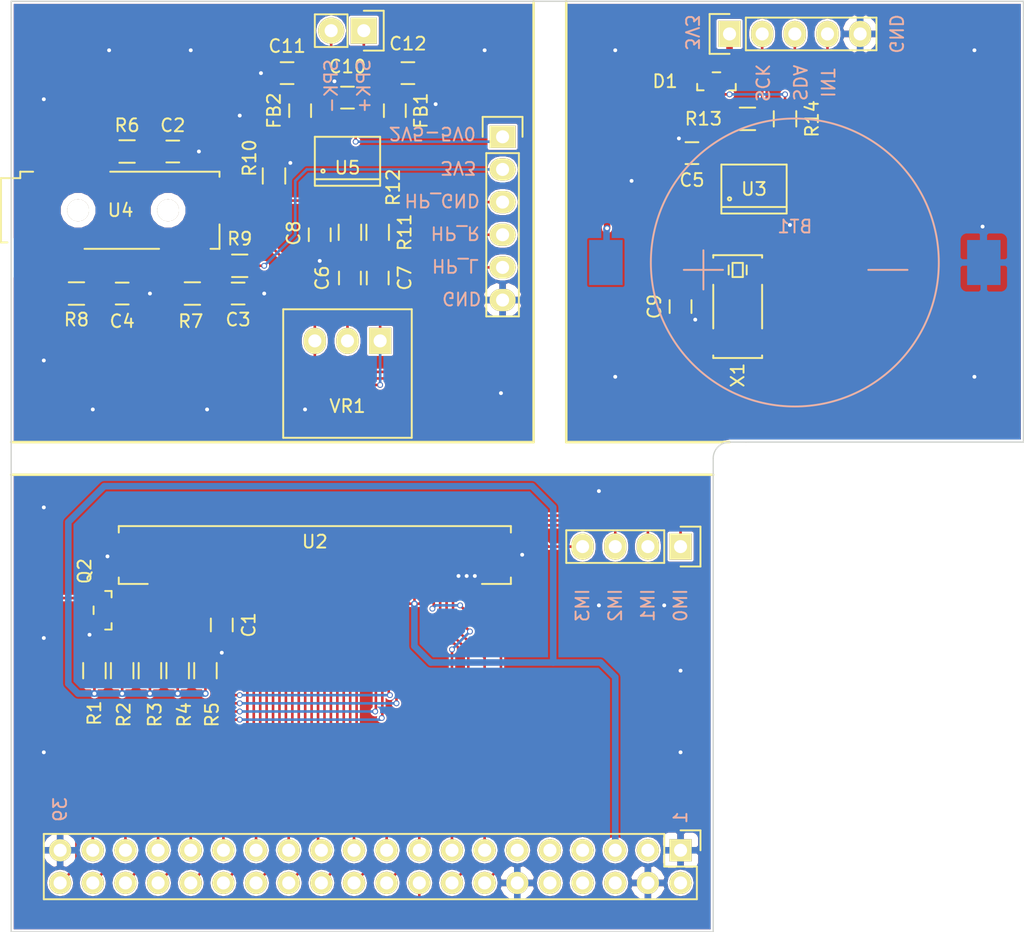
<source format=kicad_pcb>
(kicad_pcb (version 4) (host pcbnew "(2016-04-11 BZR 6687, Git f239aee)-product")
  (layers (0 F.Cu signal) (31 B.Cu signal) (34 B.Paste user) (35 F.Paste user) (36 B.SilkS user) (37 F.SilkS user) (38 B.Mask user) (39 F.Mask user) (44 Edge.Cuts user))
  (net 0 "")
  (net 1 /GND_C)
  (net 2 "Net-(BT1-Pad1)")
  (net 3 "Net-(C1-Pad1)")
  (net 4 /GND_D)
  (net 5 "Net-(C2-Pad1)")
  (net 6 /GND_A)
  (net 7 "Net-(C3-Pad1)")
  (net 8 "Net-(C4-Pad1)")
  (net 9 "Net-(C6-Pad1)")
  (net 10 "Net-(C6-Pad2)")
  (net 11 "Net-(C7-Pad1)")
  (net 12 "Net-(C8-Pad1)")
  (net 13 "Net-(C9-Pad1)")
  (net 14 /+3V3_A)
  (net 15 "Net-(C11-Pad2)")
  (net 16 "Net-(C12-Pad2)")
  (net 17 /+3V3_C)
  (net 18 "Net-(FB1-Pad1)")
  (net 19 "Net-(FB2-Pad1)")
  (net 20 /SCK)
  (net 21 /SDA)
  (net 22 /HP_R)
  (net 23 /HP_L)
  (net 24 /+3V3_D)
  (net 25 /TFT_BKL)
  (net 26 "Net-(Q2-Pad3)")
  (net 27 "Net-(R1-Pad1)")
  (net 28 "Net-(R2-Pad1)")
  (net 29 "Net-(R3-Pad1)")
  (net 30 "Net-(R4-Pad1)")
  (net 31 "Net-(R11-Pad1)")
  (net 32 "Net-(R12-Pad2)")
  (net 33 "Net-(U1-Pad2)")
  (net 34 "Net-(U1-Pad3)")
  (net 35 "Net-(U1-Pad6)")
  (net 36 "Net-(U1-Pad7)")
  (net 37 "Net-(U1-Pad8)")
  (net 38 "Net-(U1-Pad9)")
  (net 39 "Net-(U1-Pad10)")
  (net 40 "Net-(U1-Pad11)")
  (net 41 /TOUCH_R)
  (net 42 /TOUCH_L)
  (net 43 /TOUCH_BOT)
  (net 44 /TOUCH_TOP)
  (net 45 /TFT_R0)
  (net 46 /TFT_R2)
  (net 47 /TFT_R1)
  (net 48 /TFT_R4)
  (net 49 /TFT_R3)
  (net 50 /TFT_G0)
  (net 51 /TFT_R5)
  (net 52 /TFT_G2)
  (net 53 /TFT_G1)
  (net 54 /TFT_G4)
  (net 55 /TFT_G3)
  (net 56 /TFT_B0)
  (net 57 /TFT_G5)
  (net 58 /TFT_B2)
  (net 59 /TFT_B1)
  (net 60 /TFT_B4)
  (net 61 /TFT_B3)
  (net 62 /TFT_WR)
  (net 63 /TFT_B5)
  (net 64 /TFT_CS)
  (net 65 /TFT_RD)
  (net 66 /TFT_RS)
  (net 67 "Net-(U2-Pad13)")
  (net 68 "Net-(U2-Pad14)")
  (net 69 "Net-(U2-Pad11)")
  (net 70 "Net-(U2-Pad12)")
  (net 71 "Net-(U2-Pad34)")
  (net 72 "Net-(U2-Pad39)")
  (net 73 "Net-(U2-Pad33)")
  (net 74 "Net-(U3-Pad2)")
  (net 75 /CLK_INT)
  (net 76 "Net-(U3-Pad7)")
  (net 77 "Net-(U4-Pad1)")
  (net 78 "Net-(U5-Pad2)")
  (net 79 /VCC)
  (net 80 /IM0)
  (net 81 /IM1)
  (net 82 /IM2)
  (net 83 /IM3)
  (net 84 /HP_GND)
  (net 85 /V_AMP)
  (module Capacitors_SMD:C_0805 (layer F.Cu) (at 28.575 60.706 270)
    (fp_text reference C1 (at 0 -2.1 270) (layer F.SilkS))
    (fp_text value 0.1uF)
    (pad 1 smd rect (at -1 0 270) (size 1 1.25) (layers F.Cu F.Paste F.Mask) (net 3 "Net-(C1-Pad1)"))
    (pad 2 smd rect (at 1 0 270) (size 1 1.25) (layers F.Cu F.Paste F.Mask) (net 4 /GND_D))
  )
  (module Capacitors_SMD:C_0805 (layer F.Cu) (at 24.765 23.876)
    (fp_text reference C2 (at 0 -2.032) (layer F.SilkS))
    (fp_text value 0.1uF)
    (pad 1 smd rect (at -1 0) (size 1 1.25) (layers F.Cu F.Paste F.Mask) (net 5 "Net-(C2-Pad1)"))
    (pad 2 smd rect (at 1 0) (size 1 1.25) (layers F.Cu F.Paste F.Mask) (net 6 /GND_A))
  )
  (module Capacitors_SMD:C_0805 (layer F.Cu) (at 29.845 34.925)
    (fp_text reference C3 (at 0 2.032) (layer F.SilkS))
    (fp_text value 0.1uF)
    (pad 1 smd rect (at -1 0) (size 1 1.25) (layers F.Cu F.Paste F.Mask) (net 7 "Net-(C3-Pad1)"))
    (pad 2 smd rect (at 1 0) (size 1 1.25) (layers F.Cu F.Paste F.Mask) (net 6 /GND_A))
  )
  (module Capacitors_SMD:C_0805 (layer F.Cu) (at 20.828 34.925)
    (fp_text reference C4 (at 0 2.159) (layer F.SilkS))
    (fp_text value 0.1uF)
    (pad 1 smd rect (at -1 0) (size 1 1.25) (layers F.Cu F.Paste F.Mask) (net 8 "Net-(C4-Pad1)"))
    (pad 2 smd rect (at 1 0) (size 1 1.25) (layers F.Cu F.Paste F.Mask) (net 6 /GND_A))
  )
  (module Capacitors_SMD:C_0805 (layer F.Cu) (at 65.151 24.003 180)
    (fp_text reference C5 (at 0 -2.1 180) (layer F.SilkS))
    (fp_text value 0.1uF)
    (pad 1 smd rect (at -1 0 180) (size 1 1.25) (layers F.Cu F.Paste F.Mask) (net 79 /VCC))
    (pad 2 smd rect (at 1 0 180) (size 1 1.25) (layers F.Cu F.Paste F.Mask) (net 1 /GND_C))
  )
  (module Capacitors_SMD:C_0805 (layer F.Cu) (at 38.5445 33.7185 270)
    (fp_text reference C6 (at 0 2.159 270) (layer F.SilkS))
    (fp_text value 1uF)
    (pad 1 smd rect (at -1 0 270) (size 1 1.25) (layers F.Cu F.Paste F.Mask) (net 9 "Net-(C6-Pad1)"))
    (pad 2 smd rect (at 1 0 270) (size 1 1.25) (layers F.Cu F.Paste F.Mask) (net 10 "Net-(C6-Pad2)"))
  )
  (module Capacitors_SMD:C_0805 (layer F.Cu) (at 40.7035 33.7185 270)
    (fp_text reference C7 (at 0 -2.1 270) (layer F.SilkS))
    (fp_text value 1uF)
    (pad 1 smd rect (at -1 0 270) (size 1 1.25) (layers F.Cu F.Paste F.Mask) (net 11 "Net-(C7-Pad1)"))
    (pad 2 smd rect (at 1 0 270) (size 1 1.25) (layers F.Cu F.Paste F.Mask) (net 84 /HP_GND))
  )
  (module Capacitors_SMD:C_0805 (layer F.Cu) (at 36.195 30.353 270)
    (fp_text reference C8 (at -0.127 2.032 270) (layer F.SilkS))
    (fp_text value 0.1uF)
    (pad 1 smd rect (at -1 0 270) (size 1 1.25) (layers F.Cu F.Paste F.Mask) (net 12 "Net-(C8-Pad1)"))
    (pad 2 smd rect (at 1 0 270) (size 1 1.25) (layers F.Cu F.Paste F.Mask) (net 6 /GND_A))
  )
  (module Capacitors_SMD:C_0805 (layer F.Cu) (at 64.262 35.941 270)
    (fp_text reference C9 (at 0 2.032 270) (layer F.SilkS))
    (fp_text value 10pF)
    (pad 1 smd rect (at -1 0 270) (size 1 1.25) (layers F.Cu F.Paste F.Mask) (net 13 "Net-(C9-Pad1)"))
    (pad 2 smd rect (at 1 0 270) (size 1 1.25) (layers F.Cu F.Paste F.Mask) (net 1 /GND_C))
  )
  (module Capacitors_SMD:C_0805 (layer F.Cu) (at 38.354 19.685)
    (fp_text reference C10 (at 0 -2.413) (layer F.SilkS))
    (fp_text value 1uF)
    (pad 1 smd rect (at -1 0) (size 1 1.25) (layers F.Cu F.Paste F.Mask) (net 6 /GND_A))
    (pad 2 smd rect (at 1 0) (size 1 1.25) (layers F.Cu F.Paste F.Mask) (net 85 /V_AMP))
  )
  (module Capacitors_SMD:C_0805 (layer F.Cu) (at 33.655 17.78)
    (fp_text reference C11 (at 0 -2.1) (layer F.SilkS))
    (fp_text value 220pF)
    (pad 1 smd rect (at -1 0) (size 1 1.25) (layers F.Cu F.Paste F.Mask) (net 6 /GND_A))
    (pad 2 smd rect (at 1 0) (size 1 1.25) (layers F.Cu F.Paste F.Mask) (net 15 "Net-(C11-Pad2)"))
  )
  (module Capacitors_SMD:C_0805 (layer F.Cu) (at 43.053 17.78 180)
    (fp_text reference C12 (at 0 2.286 180) (layer F.SilkS))
    (fp_text value 220pF)
    (pad 1 smd rect (at -1 0 180) (size 1 1.25) (layers F.Cu F.Paste F.Mask) (net 6 /GND_A))
    (pad 2 smd rect (at 1 0 180) (size 1 1.25) (layers F.Cu F.Paste F.Mask) (net 16 "Net-(C12-Pad2)"))
  )
  (module Capacitors_SMD:C_0805 (layer F.Cu) (at 42.037 20.701 90)
    (fp_text reference FB1 (at 0 2.032 90) (layer F.SilkS))
    (fp_text value Ferrite)
    (pad 1 smd rect (at -1 0 90) (size 1 1.25) (layers F.Cu F.Paste F.Mask) (net 18 "Net-(FB1-Pad1)"))
    (pad 2 smd rect (at 1 0 90) (size 1 1.25) (layers F.Cu F.Paste F.Mask) (net 16 "Net-(C12-Pad2)"))
  )
  (module Capacitors_SMD:C_0805 (layer F.Cu) (at 34.671 20.701 90)
    (fp_text reference FB2 (at 0 -2.032 270) (layer F.SilkS))
    (fp_text value Ferrite)
    (pad 1 smd rect (at -1 0 90) (size 1 1.25) (layers F.Cu F.Paste F.Mask) (net 19 "Net-(FB2-Pad1)"))
    (pad 2 smd rect (at 1 0 90) (size 1 1.25) (layers F.Cu F.Paste F.Mask) (net 15 "Net-(C11-Pad2)"))
  )
  (module Resistors_SMD:R_0805 (layer F.Cu) (at 18.669 64.262 270)
    (fp_text reference R1 (at 3.302 0 270) (layer F.SilkS))
    (fp_text value 4.99_o)
    (pad 1 smd rect (at -0.95 0 270) (size 0.7 1.3) (layers F.Cu F.Paste F.Mask) (net 27 "Net-(R1-Pad1)"))
    (pad 2 smd rect (at 0.95 0 270) (size 0.7 1.3) (layers F.Cu F.Paste F.Mask) (net 24 /+3V3_D))
  )
  (module Resistors_SMD:R_0805 (layer F.Cu) (at 20.828 64.262 270)
    (fp_text reference R2 (at 3.429 -0.127 270) (layer F.SilkS))
    (fp_text value 4.99_o)
    (pad 1 smd rect (at -0.95 0 270) (size 0.7 1.3) (layers F.Cu F.Paste F.Mask) (net 28 "Net-(R2-Pad1)"))
    (pad 2 smd rect (at 0.95 0 270) (size 0.7 1.3) (layers F.Cu F.Paste F.Mask) (net 24 /+3V3_D))
  )
  (module Resistors_SMD:R_0805 (layer F.Cu) (at 22.987 64.262 270)
    (fp_text reference R3 (at 3.429 -0.381 270) (layer F.SilkS))
    (fp_text value 4.99_o)
    (pad 1 smd rect (at -0.95 0 270) (size 0.7 1.3) (layers F.Cu F.Paste F.Mask) (net 29 "Net-(R3-Pad1)"))
    (pad 2 smd rect (at 0.95 0 270) (size 0.7 1.3) (layers F.Cu F.Paste F.Mask) (net 24 /+3V3_D))
  )
  (module Resistors_SMD:R_0805 (layer F.Cu) (at 25.146 64.262 270)
    (fp_text reference R4 (at 3.429 -0.508 270) (layer F.SilkS))
    (fp_text value 4.99_o)
    (pad 1 smd rect (at -0.95 0 270) (size 0.7 1.3) (layers F.Cu F.Paste F.Mask) (net 30 "Net-(R4-Pad1)"))
    (pad 2 smd rect (at 0.95 0 270) (size 0.7 1.3) (layers F.Cu F.Paste F.Mask) (net 24 /+3V3_D))
  )
  (module Resistors_SMD:R_0805 (layer F.Cu) (at 27.305 64.262 270)
    (fp_text reference R5 (at 3.429 -0.508 270) (layer F.SilkS))
    (fp_text value 10ko)
    (pad 1 smd rect (at -0.95 0 270) (size 0.7 1.3) (layers F.Cu F.Paste F.Mask) (net 3 "Net-(C1-Pad1)"))
    (pad 2 smd rect (at 0.95 0 270) (size 0.7 1.3) (layers F.Cu F.Paste F.Mask) (net 24 /+3V3_D))
  )
  (module Resistors_SMD:R_0805 (layer F.Cu) (at 21.209 23.876)
    (fp_text reference R6 (at 0 -2.032) (layer F.SilkS))
    (fp_text value 22_o)
    (pad 1 smd rect (at -0.95 0) (size 0.7 1.3) (layers F.Cu F.Paste F.Mask) (net 22 /HP_R))
    (pad 2 smd rect (at 0.95 0) (size 0.7 1.3) (layers F.Cu F.Paste F.Mask) (net 5 "Net-(C2-Pad1)"))
  )
  (module Resistors_SMD:R_0805 (layer F.Cu) (at 26.289 34.925)
    (fp_text reference R7 (at -0.127 2.159) (layer F.SilkS))
    (fp_text value 22_o)
    (pad 1 smd rect (at -0.95 0) (size 0.7 1.3) (layers F.Cu F.Paste F.Mask) (net 23 /HP_L))
    (pad 2 smd rect (at 0.95 0) (size 0.7 1.3) (layers F.Cu F.Paste F.Mask) (net 7 "Net-(C3-Pad1)"))
  )
  (module Resistors_SMD:R_0805 (layer F.Cu) (at 17.272 34.925)
    (fp_text reference R8 (at 0 2.032) (layer F.SilkS))
    (fp_text value 22_o)
    (pad 1 smd rect (at -0.95 0) (size 0.7 1.3) (layers F.Cu F.Paste F.Mask) (net 84 /HP_GND))
    (pad 2 smd rect (at 0.95 0) (size 0.7 1.3) (layers F.Cu F.Paste F.Mask) (net 8 "Net-(C4-Pad1)"))
  )
  (module Resistors_SMD:R_0805 (layer F.Cu) (at 29.972 32.766)
    (fp_text reference R9 (at 0 -2.1) (layer F.SilkS))
    (fp_text value 10ko)
    (pad 1 smd rect (at -0.95 0) (size 0.7 1.3) (layers F.Cu F.Paste F.Mask) (net 23 /HP_L))
    (pad 2 smd rect (at 0.95 0) (size 0.7 1.3) (layers F.Cu F.Paste F.Mask) (net 14 /+3V3_A))
  )
  (module Resistors_SMD:R_0805 (layer F.Cu) (at 32.639 25.781 270)
    (fp_text reference R10 (at -1.397 1.905 270) (layer F.SilkS))
    (fp_text value 100ko)
    (pad 1 smd rect (at -0.95 0 270) (size 0.7 1.3) (layers F.Cu F.Paste F.Mask) (net 6 /GND_A))
    (pad 2 smd rect (at 0.95 0 270) (size 0.7 1.3) (layers F.Cu F.Paste F.Mask) (net 12 "Net-(C8-Pad1)"))
  )
  (module Resistors_SMD:R_0805 (layer F.Cu) (at 40.7035 30.1625 270)
    (fp_text reference R11 (at 0 -2.1 270) (layer F.SilkS))
    (fp_text value 100_o)
    (pad 1 smd rect (at -0.95 0 270) (size 0.7 1.3) (layers F.Cu F.Paste F.Mask) (net 31 "Net-(R11-Pad1)"))
    (pad 2 smd rect (at 0.95 0 270) (size 0.7 1.3) (layers F.Cu F.Paste F.Mask) (net 11 "Net-(C7-Pad1)"))
  )
  (module Resistors_SMD:R_0805 (layer F.Cu) (at 38.5445 30.1625 90)
    (fp_text reference R12 (at 3.4925 3.3655 90) (layer F.SilkS))
    (fp_text value 100_o)
    (pad 1 smd rect (at -0.95 0 90) (size 0.7 1.3) (layers F.Cu F.Paste F.Mask) (net 9 "Net-(C6-Pad1)"))
    (pad 2 smd rect (at 0.95 0 90) (size 0.7 1.3) (layers F.Cu F.Paste F.Mask) (net 32 "Net-(R12-Pad2)"))
  )
  (module Resistors_SMD:R_0805 (layer F.Cu) (at 69.469 21.336)
    (fp_text reference R13 (at -3.429 0) (layer F.SilkS))
    (fp_text value 2.2ko)
    (pad 1 smd rect (at -0.95 0) (size 0.7 1.3) (layers F.Cu F.Paste F.Mask) (net 79 /VCC))
    (pad 2 smd rect (at 0.95 0) (size 0.7 1.3) (layers F.Cu F.Paste F.Mask) (net 20 /SCK))
  )
  (module Resistors_SMD:R_0805 (layer F.Cu) (at 72.39 21.336 270)
    (fp_text reference R14 (at 0 -2.1 270) (layer F.SilkS))
    (fp_text value 2.2ko)
    (pad 1 smd rect (at -0.95 0 270) (size 0.7 1.3) (layers F.Cu F.Paste F.Mask) (net 79 /VCC))
    (pad 2 smd rect (at 0.95 0 270) (size 0.7 1.3) (layers F.Cu F.Paste F.Mask) (net 21 /SDA))
  )
  (module Pin_Headers:Pin_Header_Straight_1x02 (layer F.Cu) (at 39.624 14.478 270)
    (fp_text reference SP1 hide)
    (fp_text value SPEAK hide)
    (pad 1 thru_hole rect (at 0 0 270) (size 2.032 2.032) (drill 1.016) (layers *.Cu *.Mask F.SilkS) (net 16 "Net-(C12-Pad2)"))
    (pad 2 thru_hole oval (at 0 2.54 270) (size 2.032 2.032) (drill 1.016) (layers *.Cu *.Mask F.SilkS) (net 15 "Net-(C11-Pad2)"))
  )
  (module Pin_Headers:Pin_Header_Straight_2x20 (layer F.Cu) (at 64.262 78.232 270)
    (fp_text reference U1 hide)
    (fp_text value CONN_CHIP1 hide)
    (pad 1 thru_hole rect (at 0 0 270) (size 1.7272 1.7272) (drill 1.016) (layers *.Cu *.Mask F.SilkS) (net 4 /GND_D))
    (pad 2 thru_hole oval (at 2.54 0 270) (size 1.7272 1.7272) (drill 1.016) (layers *.Cu *.Mask F.SilkS) (net 33 "Net-(U1-Pad2)"))
    (pad 3 thru_hole oval (at 0 2.54 270) (size 1.7272 1.7272) (drill 1.016) (layers *.Cu *.Mask F.SilkS) (net 34 "Net-(U1-Pad3)"))
    (pad 4 thru_hole oval (at 2.54 2.54 270) (size 1.7272 1.7272) (drill 1.016) (layers *.Cu *.Mask F.SilkS) (net 4 /GND_D))
    (pad 5 thru_hole oval (at 0 5.08 270) (size 1.7272 1.7272) (drill 1.016) (layers *.Cu *.Mask F.SilkS) (net 24 /+3V3_D))
    (pad 6 thru_hole oval (at 2.54 5.08 270) (size 1.7272 1.7272) (drill 1.016) (layers *.Cu *.Mask F.SilkS) (net 35 "Net-(U1-Pad6)"))
    (pad 7 thru_hole oval (at 0 7.62 270) (size 1.7272 1.7272) (drill 1.016) (layers *.Cu *.Mask F.SilkS) (net 36 "Net-(U1-Pad7)"))
    (pad 8 thru_hole oval (at 2.54 7.62 270) (size 1.7272 1.7272) (drill 1.016) (layers *.Cu *.Mask F.SilkS) (net 37 "Net-(U1-Pad8)"))
    (pad 9 thru_hole oval (at 0 10.16 270) (size 1.7272 1.7272) (drill 1.016) (layers *.Cu *.Mask F.SilkS) (net 38 "Net-(U1-Pad9)"))
    (pad 10 thru_hole oval (at 2.54 10.16 270) (size 1.7272 1.7272) (drill 1.016) (layers *.Cu *.Mask F.SilkS) (net 39 "Net-(U1-Pad10)"))
    (pad 11 thru_hole oval (at 0 12.7 270) (size 1.7272 1.7272) (drill 1.016) (layers *.Cu *.Mask F.SilkS) (net 40 "Net-(U1-Pad11)"))
    (pad 12 thru_hole oval (at 2.54 12.7 270) (size 1.7272 1.7272) (drill 1.016) (layers *.Cu *.Mask F.SilkS) (net 4 /GND_D))
    (pad 13 thru_hole oval (at 0 15.24 270) (size 1.7272 1.7272) (drill 1.016) (layers *.Cu *.Mask F.SilkS) (net 41 /TOUCH_R))
    (pad 14 thru_hole oval (at 2.54 15.24 270) (size 1.7272 1.7272) (drill 1.016) (layers *.Cu *.Mask F.SilkS) (net 42 /TOUCH_L))
    (pad 15 thru_hole oval (at 0 17.78 270) (size 1.7272 1.7272) (drill 1.016) (layers *.Cu *.Mask F.SilkS) (net 43 /TOUCH_BOT))
    (pad 16 thru_hole oval (at 2.54 17.78 270) (size 1.7272 1.7272) (drill 1.016) (layers *.Cu *.Mask F.SilkS) (net 44 /TOUCH_TOP))
    (pad 17 thru_hole oval (at 0 20.32 270) (size 1.7272 1.7272) (drill 1.016) (layers *.Cu *.Mask F.SilkS) (net 45 /TFT_R0))
    (pad 18 thru_hole oval (at 2.54 20.32 270) (size 1.7272 1.7272) (drill 1.016) (layers *.Cu *.Mask F.SilkS) (net 25 /TFT_BKL))
    (pad 19 thru_hole oval (at 0 22.86 270) (size 1.7272 1.7272) (drill 1.016) (layers *.Cu *.Mask F.SilkS) (net 46 /TFT_R2))
    (pad 20 thru_hole oval (at 2.54 22.86 270) (size 1.7272 1.7272) (drill 1.016) (layers *.Cu *.Mask F.SilkS) (net 47 /TFT_R1))
    (pad 21 thru_hole oval (at 0 25.4 270) (size 1.7272 1.7272) (drill 1.016) (layers *.Cu *.Mask F.SilkS) (net 48 /TFT_R4))
    (pad 22 thru_hole oval (at 2.54 25.4 270) (size 1.7272 1.7272) (drill 1.016) (layers *.Cu *.Mask F.SilkS) (net 49 /TFT_R3))
    (pad 23 thru_hole oval (at 0 27.94 270) (size 1.7272 1.7272) (drill 1.016) (layers *.Cu *.Mask F.SilkS) (net 50 /TFT_G0))
    (pad 24 thru_hole oval (at 2.54 27.94 270) (size 1.7272 1.7272) (drill 1.016) (layers *.Cu *.Mask F.SilkS) (net 51 /TFT_R5))
    (pad 25 thru_hole oval (at 0 30.48 270) (size 1.7272 1.7272) (drill 1.016) (layers *.Cu *.Mask F.SilkS) (net 52 /TFT_G2))
    (pad 26 thru_hole oval (at 2.54 30.48 270) (size 1.7272 1.7272) (drill 1.016) (layers *.Cu *.Mask F.SilkS) (net 53 /TFT_G1))
    (pad 27 thru_hole oval (at 0 33.02 270) (size 1.7272 1.7272) (drill 1.016) (layers *.Cu *.Mask F.SilkS) (net 54 /TFT_G4))
    (pad 28 thru_hole oval (at 2.54 33.02 270) (size 1.7272 1.7272) (drill 1.016) (layers *.Cu *.Mask F.SilkS) (net 55 /TFT_G3))
    (pad 29 thru_hole oval (at 0 35.56 270) (size 1.7272 1.7272) (drill 1.016) (layers *.Cu *.Mask F.SilkS) (net 56 /TFT_B0))
    (pad 30 thru_hole oval (at 2.54 35.56 270) (size 1.7272 1.7272) (drill 1.016) (layers *.Cu *.Mask F.SilkS) (net 57 /TFT_G5))
    (pad 31 thru_hole oval (at 0 38.1 270) (size 1.7272 1.7272) (drill 1.016) (layers *.Cu *.Mask F.SilkS) (net 58 /TFT_B2))
    (pad 32 thru_hole oval (at 2.54 38.1 270) (size 1.7272 1.7272) (drill 1.016) (layers *.Cu *.Mask F.SilkS) (net 59 /TFT_B1))
    (pad 33 thru_hole oval (at 0 40.64 270) (size 1.7272 1.7272) (drill 1.016) (layers *.Cu *.Mask F.SilkS) (net 60 /TFT_B4))
    (pad 34 thru_hole oval (at 2.54 40.64 270) (size 1.7272 1.7272) (drill 1.016) (layers *.Cu *.Mask F.SilkS) (net 61 /TFT_B3))
    (pad 35 thru_hole oval (at 0 43.18 270) (size 1.7272 1.7272) (drill 1.016) (layers *.Cu *.Mask F.SilkS) (net 62 /TFT_WR))
    (pad 36 thru_hole oval (at 2.54 43.18 270) (size 1.7272 1.7272) (drill 1.016) (layers *.Cu *.Mask F.SilkS) (net 63 /TFT_B5))
    (pad 37 thru_hole oval (at 0 45.72 270) (size 1.7272 1.7272) (drill 1.016) (layers *.Cu *.Mask F.SilkS) (net 64 /TFT_CS))
    (pad 38 thru_hole oval (at 2.54 45.72 270) (size 1.7272 1.7272) (drill 1.016) (layers *.Cu *.Mask F.SilkS) (net 65 /TFT_RD))
    (pad 39 thru_hole oval (at 0 48.26 270) (size 1.7272 1.7272) (drill 1.016) (layers *.Cu *.Mask F.SilkS) (net 4 /GND_D))
    (pad 40 thru_hole oval (at 2.54 48.26 270) (size 1.7272 1.7272) (drill 1.016) (layers *.Cu *.Mask F.SilkS) (net 66 /TFT_RS))
  )
  (module Marmoset:CONN_DISPLAY (layer F.Cu) (at 35.814 56.515 180)
    (fp_text reference U2 (at 0 2.286 180) (layer F.SilkS))
    (fp_text value CONN_DISPLAY)
    (pad 51 smd rect (at 14.35 1.2 180) (size 2.4 2.4) (layers F.Cu F.Paste F.Mask) (net 4 /GND_D))
    (pad 52 smd rect (at -14.35 1.2 180) (size 2.4 2.4) (layers F.Cu F.Paste F.Mask) (net 4 /GND_D))
    (pad 1 smd rect (at 12.25 -1.5 180) (size 0.3 1.2) (layers F.Cu F.Paste F.Mask) (net 26 "Net-(Q2-Pad3)"))
    (pad 2 smd rect (at 11.75 -1.5 180) (size 0.3 1.2) (layers F.Cu F.Paste F.Mask) (net 27 "Net-(R1-Pad1)"))
    (pad 4 smd rect (at 10.75 -1.5 180) (size 0.3 1.2) (layers F.Cu F.Paste F.Mask) (net 29 "Net-(R3-Pad1)"))
    (pad 3 smd rect (at 11.25 -1.5 180) (size 0.3 1.2) (layers F.Cu F.Paste F.Mask) (net 28 "Net-(R2-Pad1)"))
    (pad 7 smd rect (at 9.25 -1.5 180) (size 0.3 1.2) (layers F.Cu F.Paste F.Mask) (net 81 /IM1))
    (pad 8 smd rect (at 8.75 -1.5 180) (size 0.3 1.2) (layers F.Cu F.Paste F.Mask) (net 82 /IM2))
    (pad 6 smd rect (at 9.75 -1.5 180) (size 0.3 1.2) (layers F.Cu F.Paste F.Mask) (net 80 /IM0))
    (pad 5 smd rect (at 10.25 -1.5 180) (size 0.3 1.2) (layers F.Cu F.Paste F.Mask) (net 30 "Net-(R4-Pad1)"))
    (pad 13 smd rect (at 6.25 -1.5 180) (size 0.3 1.2) (layers F.Cu F.Paste F.Mask) (net 67 "Net-(U2-Pad13)"))
    (pad 14 smd rect (at 5.75 -1.5 180) (size 0.3 1.2) (layers F.Cu F.Paste F.Mask) (net 68 "Net-(U2-Pad14)"))
    (pad 16 smd rect (at 4.75 -1.5 180) (size 0.3 1.2) (layers F.Cu F.Paste F.Mask) (net 60 /TFT_B4))
    (pad 15 smd rect (at 5.25 -1.5 180) (size 0.3 1.2) (layers F.Cu F.Paste F.Mask) (net 63 /TFT_B5))
    (pad 11 smd rect (at 7.25 -1.5 180) (size 0.3 1.2) (layers F.Cu F.Paste F.Mask) (net 69 "Net-(U2-Pad11)"))
    (pad 12 smd rect (at 6.75 -1.5 180) (size 0.3 1.2) (layers F.Cu F.Paste F.Mask) (net 70 "Net-(U2-Pad12)"))
    (pad 10 smd rect (at 7.75 -1.5 180) (size 0.3 1.2) (layers F.Cu F.Paste F.Mask) (net 3 "Net-(C1-Pad1)"))
    (pad 9 smd rect (at 8.25 -1.5 180) (size 0.3 1.2) (layers F.Cu F.Paste F.Mask) (net 83 /IM3))
    (pad 25 smd rect (at 0.25 -1.5 180) (size 0.3 1.2) (layers F.Cu F.Paste F.Mask) (net 53 /TFT_G1))
    (pad 21 smd rect (at 2.25 -1.5 180) (size 0.3 1.2) (layers F.Cu F.Paste F.Mask) (net 57 /TFT_G5))
    (pad 22 smd rect (at 1.75 -1.5 180) (size 0.3 1.2) (layers F.Cu F.Paste F.Mask) (net 54 /TFT_G4))
    (pad 24 smd rect (at 0.75 -1.5 180) (size 0.3 1.2) (layers F.Cu F.Paste F.Mask) (net 52 /TFT_G2))
    (pad 23 smd rect (at 1.25 -1.5 180) (size 0.3 1.2) (layers F.Cu F.Paste F.Mask) (net 55 /TFT_G3))
    (pad 19 smd rect (at 3.25 -1.5 180) (size 0.3 1.2) (layers F.Cu F.Paste F.Mask) (net 59 /TFT_B1))
    (pad 20 smd rect (at 2.75 -1.5 180) (size 0.3 1.2) (layers F.Cu F.Paste F.Mask) (net 56 /TFT_B0))
    (pad 18 smd rect (at 3.75 -1.5 180) (size 0.3 1.2) (layers F.Cu F.Paste F.Mask) (net 58 /TFT_B2))
    (pad 17 smd rect (at 4.25 -1.5 180) (size 0.3 1.2) (layers F.Cu F.Paste F.Mask) (net 61 /TFT_B3))
    (pad 42 smd rect (at -8.25 -1.5 180) (size 0.3 1.2) (layers F.Cu F.Paste F.Mask) (net 24 /+3V3_D))
    (pad 43 smd rect (at -8.75 -1.5 180) (size 0.3 1.2) (layers F.Cu F.Paste F.Mask) (net 4 /GND_D))
    (pad 45 smd rect (at -9.75 -1.5 180) (size 0.3 1.2) (layers F.Cu F.Paste F.Mask) (net 44 /TOUCH_TOP))
    (pad 44 smd rect (at -9.25 -1.5 180) (size 0.3 1.2) (layers F.Cu F.Paste F.Mask) (net 42 /TOUCH_L))
    (pad 48 smd rect (at -11.25 -1.5 180) (size 0.3 1.2) (layers F.Cu F.Paste F.Mask) (net 4 /GND_D))
    (pad 49 smd rect (at -11.75 -1.5 180) (size 0.3 1.2) (layers F.Cu F.Paste F.Mask) (net 4 /GND_D))
    (pad 47 smd rect (at -10.75 -1.5 180) (size 0.3 1.2) (layers F.Cu F.Paste F.Mask) (net 43 /TOUCH_BOT))
    (pad 46 smd rect (at -10.25 -1.5 180) (size 0.3 1.2) (layers F.Cu F.Paste F.Mask) (net 41 /TOUCH_R))
    (pad 50 smd rect (at -12.25 -1.5 180) (size 0.3 1.2) (layers F.Cu F.Paste F.Mask) (net 4 /GND_D))
    (pad 34 smd rect (at -4.25 -1.5 180) (size 0.3 1.2) (layers F.Cu F.Paste F.Mask) (net 71 "Net-(U2-Pad34)"))
    (pad 35 smd rect (at -4.75 -1.5 180) (size 0.3 1.2) (layers F.Cu F.Paste F.Mask) (net 65 /TFT_RD))
    (pad 37 smd rect (at -5.75 -1.5 180) (size 0.3 1.2) (layers F.Cu F.Paste F.Mask) (net 66 /TFT_RS))
    (pad 36 smd rect (at -5.25 -1.5 180) (size 0.3 1.2) (layers F.Cu F.Paste F.Mask) (net 62 /TFT_WR))
    (pad 40 smd rect (at -7.25 -1.5 180) (size 0.3 1.2) (layers F.Cu F.Paste F.Mask) (net 24 /+3V3_D))
    (pad 41 smd rect (at -7.75 -1.5 180) (size 0.3 1.2) (layers F.Cu F.Paste F.Mask) (net 24 /+3V3_D))
    (pad 39 smd rect (at -6.75 -1.5 180) (size 0.3 1.2) (layers F.Cu F.Paste F.Mask) (net 72 "Net-(U2-Pad39)"))
    (pad 38 smd rect (at -6.25 -1.5 180) (size 0.3 1.2) (layers F.Cu F.Paste F.Mask) (net 64 /TFT_CS))
    (pad 30 smd rect (at -2.25 -1.5 180) (size 0.3 1.2) (layers F.Cu F.Paste F.Mask) (net 46 /TFT_R2))
    (pad 31 smd rect (at -2.75 -1.5 180) (size 0.3 1.2) (layers F.Cu F.Paste F.Mask) (net 47 /TFT_R1))
    (pad 33 smd rect (at -3.75 -1.5 180) (size 0.3 1.2) (layers F.Cu F.Paste F.Mask) (net 73 "Net-(U2-Pad33)"))
    (pad 32 smd rect (at -3.25 -1.5 180) (size 0.3 1.2) (layers F.Cu F.Paste F.Mask) (net 45 /TFT_R0))
    (pad 28 smd rect (at -1.25 -1.5 180) (size 0.3 1.2) (layers F.Cu F.Paste F.Mask) (net 48 /TFT_R4))
    (pad 29 smd rect (at -1.75 -1.5 180) (size 0.3 1.2) (layers F.Cu F.Paste F.Mask) (net 49 /TFT_R3))
    (pad 27 smd rect (at -0.75 -1.5 180) (size 0.3 1.2) (layers F.Cu F.Paste F.Mask) (net 51 /TFT_R5))
    (pad 26 smd rect (at -0.25 -1.5 180) (size 0.3 1.2) (layers F.Cu F.Paste F.Mask) (net 50 /TFT_G0))
  )
  (module Power_Integrations:SO-8 (layer F.Cu) (at 69.977 26.797)
    (fp_text reference U3 (at 0 0) (layer F.SilkS))
    (fp_text value PCF8563T/5)
    (pad 1 smd oval (at -1.905 2.794) (size 0.6096 1.4732) (layers F.Cu F.Paste F.Mask) (net 13 "Net-(C9-Pad1)"))
    (pad 2 smd oval (at -0.635 2.794) (size 0.6096 1.4732) (layers F.Cu F.Paste F.Mask) (net 74 "Net-(U3-Pad2)"))
    (pad 3 smd oval (at 0.635 2.794) (size 0.6096 1.4732) (layers F.Cu F.Paste F.Mask) (net 75 /CLK_INT))
    (pad 4 smd oval (at 1.905 2.794) (size 0.6096 1.4732) (layers F.Cu F.Paste F.Mask) (net 1 /GND_C))
    (pad 5 smd oval (at 1.905 -2.794) (size 0.6096 1.4732) (layers F.Cu F.Paste F.Mask) (net 21 /SDA))
    (pad 6 smd oval (at 0.635 -2.794) (size 0.6096 1.4732) (layers F.Cu F.Paste F.Mask) (net 20 /SCK))
    (pad 7 smd oval (at -0.635 -2.794) (size 0.6096 1.4732) (layers F.Cu F.Paste F.Mask) (net 76 "Net-(U3-Pad7)"))
    (pad 8 smd oval (at -1.905 -2.794) (size 0.6096 1.4732) (layers F.Cu F.Paste F.Mask) (net 79 /VCC))
  )
  (module Marmoset:CONN_HP (layer F.Cu) (at 17.399 28.448)
    (fp_text reference U4 (at 3.302 0) (layer F.SilkS))
    (fp_text value CONN_AUDIO)
    (pad "" thru_hole circle (at 7 0) (size 1.7 1.7) (drill 1.7) (layers *.Cu *.Mask F.SilkS) (clearance 0.5))
    (pad 1 smd rect (at -3.9 3.7) (size 2 2.8) (layers F.Cu F.Paste F.Mask) (net 77 "Net-(U4-Pad1)"))
    (pad 6 smd rect (at -2 -3.7) (size 2 2.8) (layers F.Cu F.Paste F.Mask))
    (pad 4 smd rect (at -1.1 3.7) (size 2.2 2.8) (layers F.Cu F.Paste F.Mask) (net 84 /HP_GND))
    (pad 3 smd rect (at 0.8 -3.7) (size 2.2 2.8) (layers F.Cu F.Paste F.Mask) (net 22 /HP_R))
    (pad 2 smd rect (at 8.3 3.7) (size 2.8 2.8) (layers F.Cu F.Paste F.Mask) (net 23 /HP_L))
    (pad 5 smd rect (at 12.4 -0.75) (size 2.8 2.8) (layers F.Cu F.Paste F.Mask) (net 12 "Net-(C8-Pad1)"))
    (pad "" thru_hole circle (at 0 0) (size 1.7 1.7) (drill 1.7) (layers *.Cu *.Mask F.SilkS) (clearance 0.5))
  )
  (module Power_Integrations:SO-8 (layer F.Cu) (at 38.354 24.638)
    (fp_text reference U5 (at 0 0.508) (layer F.SilkS))
    (fp_text value PAM8302A)
    (pad 1 smd oval (at -1.905 2.794) (size 0.6096 1.4732) (layers F.Cu F.Paste F.Mask) (net 12 "Net-(C8-Pad1)"))
    (pad 2 smd oval (at -0.635 2.794) (size 0.6096 1.4732) (layers F.Cu F.Paste F.Mask) (net 78 "Net-(U5-Pad2)"))
    (pad 3 smd oval (at 0.635 2.794) (size 0.6096 1.4732) (layers F.Cu F.Paste F.Mask) (net 32 "Net-(R12-Pad2)"))
    (pad 4 smd oval (at 1.905 2.794) (size 0.6096 1.4732) (layers F.Cu F.Paste F.Mask) (net 31 "Net-(R11-Pad1)"))
    (pad 5 smd oval (at 1.905 -2.794) (size 0.6096 1.4732) (layers F.Cu F.Paste F.Mask) (net 18 "Net-(FB1-Pad1)"))
    (pad 6 smd oval (at 0.635 -2.794) (size 0.6096 1.4732) (layers F.Cu F.Paste F.Mask) (net 85 /V_AMP))
    (pad 7 smd oval (at -0.635 -2.794) (size 0.6096 1.4732) (layers F.Cu F.Paste F.Mask) (net 6 /GND_A))
    (pad 8 smd oval (at -1.905 -2.794) (size 0.6096 1.4732) (layers F.Cu F.Paste F.Mask) (net 19 "Net-(FB2-Pad1)"))
  )
  (module Marmoset:ABS25 (layer F.Cu) (at 68.707 35.941 270)
    (fp_text reference X1 (at 5.334 0 270) (layer F.SilkS))
    (fp_text value 32768Hz/6pF)
    (pad 1 smd rect (at -2.75 2.1 270) (size 1.3 1.9) (layers F.Cu F.Paste F.Mask) (net 13 "Net-(C9-Pad1)"))
    (pad 2 smd rect (at -2.75 -2.1 270) (size 1.3 1.9) (layers F.Cu F.Paste F.Mask) (net 74 "Net-(U3-Pad2)"))
    (pad "" smd rect (at 2.75 -2.1 270) (size 1.3 1.9) (layers F.Cu F.Paste F.Mask))
    (pad "" smd rect (at 2.75 2.1 270) (size 1.3 1.9) (layers F.Cu F.Paste F.Mask))
  )
  (module Pin_Headers:Pin_Header_Straight_1x05 (layer F.Cu) (at 68.072 14.732 90)
    (fp_text reference P1 hide)
    (fp_text value CONN_01X05 hide)
    (pad 1 thru_hole rect (at 0 0 90) (size 2.032 1.7272) (drill 1.016) (layers *.Cu *.Mask F.SilkS) (net 17 /+3V3_C))
    (pad 2 thru_hole oval (at 0 2.54 90) (size 2.032 1.7272) (drill 1.016) (layers *.Cu *.Mask F.SilkS) (net 20 /SCK))
    (pad 3 thru_hole oval (at 0 5.08 90) (size 2.032 1.7272) (drill 1.016) (layers *.Cu *.Mask F.SilkS) (net 21 /SDA))
    (pad 4 thru_hole oval (at 0 7.62 90) (size 2.032 1.7272) (drill 1.016) (layers *.Cu *.Mask F.SilkS) (net 75 /CLK_INT))
    (pad 5 thru_hole oval (at 0 10.16 90) (size 2.032 1.7272) (drill 1.016) (layers *.Cu *.Mask F.SilkS) (net 1 /GND_C))
  )
  (module Marmoset:SOT-23-3 (layer F.Cu) (at 67.056 18.415 180)
    (fp_text reference D1 (at 4 0 180) (layer F.SilkS))
    (fp_text value BAT54C)
    (pad 3 smd rect (at 0 -1 180) (size 0.8 0.9) (layers F.Cu F.Paste F.Mask) (net 79 /VCC))
    (pad 2 smd rect (at -0.95 1 180) (size 0.8 0.9) (layers F.Cu F.Paste F.Mask) (net 17 /+3V3_C))
    (pad 1 smd rect (at 0.95 1 180) (size 0.8 0.9) (layers F.Cu F.Paste F.Mask) (net 2 "Net-(BT1-Pad1)"))
  )
  (module Marmoset:SOT-23-3 (layer F.Cu) (at 19.304 59.563 270)
    (fp_text reference Q2 (at -3.048 1.397 270) (layer F.SilkS))
    (fp_text value DTC114YKA)
    (pad 3 smd rect (at 0 -1 270) (size 0.8 0.9) (layers F.Cu F.Paste F.Mask) (net 26 "Net-(Q2-Pad3)"))
    (pad 2 smd rect (at -0.95 1 270) (size 0.8 0.9) (layers F.Cu F.Paste F.Mask) (net 25 /TFT_BKL))
    (pad 1 smd rect (at 0.95 1 270) (size 0.8 0.9) (layers F.Cu F.Paste F.Mask) (net 4 /GND_D))
  )
  (module Marmoset:Thumb_Pot (layer F.Cu) (at 38.354 41.148 180)
    (fp_text reference VR1 (at 0 -2.54) (layer F.SilkS))
    (fp_text value P10k)
    (pad 1 thru_hole rect (at -2.54 2.54 270) (size 2.032 1.7272) (drill 1.016) (layers *.Cu *.Mask F.SilkS) (net 84 /HP_GND))
    (pad 2 thru_hole oval (at 0 2.54 270) (size 2.032 1.7272) (drill 1.016) (layers *.Cu *.Mask F.SilkS) (net 10 "Net-(C6-Pad2)"))
    (pad 3 thru_hole oval (at 2.54 2.54 270) (size 2.032 1.7272) (drill 1.016) (layers *.Cu *.Mask F.SilkS) (net 22 /HP_R))
  )
  (module Pin_Headers:Pin_Header_Straight_1x04 (layer F.Cu) (at 64.262 54.61 270)
    (fp_text reference P3 hide)
    (fp_text value CONN_01X04 hide)
    (pad 1 thru_hole rect (at 0 0 270) (size 2.032 1.7272) (drill 1.016) (layers *.Cu *.Mask F.SilkS) (net 80 /IM0))
    (pad 2 thru_hole oval (at 0 2.54 270) (size 2.032 1.7272) (drill 1.016) (layers *.Cu *.Mask F.SilkS) (net 81 /IM1))
    (pad 3 thru_hole oval (at 0 5.08 270) (size 2.032 1.7272) (drill 1.016) (layers *.Cu *.Mask F.SilkS) (net 82 /IM2))
    (pad 4 thru_hole oval (at 0 7.62 270) (size 2.032 1.7272) (drill 1.016) (layers *.Cu *.Mask F.SilkS) (net 83 /IM3))
  )
  (module Pin_Headers:Pin_Header_Straight_1x06 (layer F.Cu) (at 50.419 22.733)
    (fp_text reference P2 hide)
    (fp_text value CONN_01X06 hide)
    (pad 1 thru_hole rect (at 0 0) (size 2.032 1.7272) (drill 1.016) (layers *.Cu *.Mask F.SilkS) (net 85 /V_AMP))
    (pad 2 thru_hole oval (at 0 2.54) (size 2.032 1.7272) (drill 1.016) (layers *.Cu *.Mask F.SilkS) (net 14 /+3V3_A))
    (pad 3 thru_hole oval (at 0 5.08) (size 2.032 1.7272) (drill 1.016) (layers *.Cu *.Mask F.SilkS) (net 84 /HP_GND))
    (pad 4 thru_hole oval (at 0 7.62) (size 2.032 1.7272) (drill 1.016) (layers *.Cu *.Mask F.SilkS) (net 22 /HP_R))
    (pad 5 thru_hole oval (at 0 10.16) (size 2.032 1.7272) (drill 1.016) (layers *.Cu *.Mask F.SilkS) (net 23 /HP_L))
    (pad 6 thru_hole oval (at 0 12.7) (size 2.032 1.7272) (drill 1.016) (layers *.Cu *.Mask F.SilkS) (net 6 /GND_A))
  )
  (module Marmoset:SMTU2032-LF (layer B.Cu) (at 73.152 32.512)
    (fp_text reference BT1 (at 0 -2.794) (layer B.SilkS) (effects (justify mirror)))
    (fp_text value BATT_2032)
    (fp_text user - (at 7.239 0.254) (layer B.SilkS) (effects (font (size 4 4)) (justify mirror)))
    (fp_text user + (at -7.112 0.254) (layer B.SilkS) (effects (font (size 4 4)) (justify mirror)))
    (pad 2 smd rect (at 14.7 0) (size 2.6 3.5) (layers B.Cu B.Paste B.Mask) (net 1 /GND_C))
    (pad 1 smd rect (at -14.7 0) (size 2.6 3.5) (layers B.Cu B.Paste B.Mask) (net 2 "Net-(BT1-Pad1)"))
  )
  (gr_text 2V5-5V0 (at 44.958 22.479 180) (layer B.SilkS) (effects (font (size 1 1)) (justify mirror)))
  (gr_line (start 90.932 13.462) (end 90.932 12.192) (angle 90) (layer Edge.Cuts) (width 0.1))
  (gr_line (start 12.192 13.462) (end 12.192 12.192) (angle 90) (layer Edge.Cuts) (width 0.1))
  (gr_line (start 55.372 46.482) (end 55.372 12.192) (angle 90) (layer F.SilkS) (width 0.2))
  (gr_line (start 52.832 46.482) (end 52.832 12.192) (angle 90) (layer F.SilkS) (width 0.2))
  (gr_line (start 12.192 46.482) (end 52.832 46.482) (angle 90) (layer F.SilkS) (width 0.2))
  (gr_text GND (at 47.244 35.306 180) (layer B.SilkS) (effects (font (size 1 1)) (justify mirror)))
  (gr_text "HP_GND\n" (at 45.72 27.686 180) (layer B.SilkS) (effects (font (size 1 1)) (justify mirror)))
  (gr_text IM1 (at 61.722 59.182 90) (layer B.SilkS) (effects (font (size 1 1)) (justify mirror)))
  (gr_text IM0 (at 64.262 59.182 90) (layer B.SilkS) (effects (font (size 1 1)) (justify mirror)))
  (gr_text IM2 (at 59.182 59.182 90) (layer B.SilkS) (effects (font (size 1 1)) (justify mirror)))
  (gr_text IM3 (at 56.642 59.182 90) (layer B.SilkS) (effects (font (size 1 1)) (justify mirror)))
  (gr_line (start 68.072 46.482) (end 55.372 46.482) (angle 90) (layer F.SilkS) (width 0.2))
  (gr_line (start 12.192 49.022) (end 66.802 49.022) (angle 90) (layer F.SilkS) (width 0.2))
  (gr_arc (start 68.072 47.752) (end 66.802 47.752) (angle 90) (layer Edge.Cuts) (width 0.1))
  (gr_line (start 68.072 46.482) (end 69.342 46.482) (angle 90) (layer Edge.Cuts) (width 0.1))
  (gr_line (start 66.802 49.022) (end 66.802 47.752) (angle 90) (layer Edge.Cuts) (width 0.1))
  (gr_line (start 90.932 46.482) (end 69.342 46.482) (angle 90) (layer Edge.Cuts) (width 0.1))
  (gr_line (start 90.932 13.462) (end 90.932 46.482) (angle 90) (layer Edge.Cuts) (width 0.1))
  (gr_line (start 12.192 12.192) (end 90.932 12.192) (angle 90) (layer Edge.Cuts) (width 0.1))
  (gr_line (start 12.192 84.582) (end 12.192 13.462) (angle 90) (layer Edge.Cuts) (width 0.1))
  (gr_line (start 66.802 84.582) (end 12.192 84.582) (angle 90) (layer Edge.Cuts) (width 0.1))
  (gr_line (start 66.802 49.022) (end 66.802 84.582) (angle 90) (layer Edge.Cuts) (width 0.1))
  (gr_text SPK- (at 37.084 18.796 90) (layer B.SilkS) (effects (font (size 1 1)) (justify mirror)))
  (gr_text SPK+ (at 39.624 18.796 90) (layer B.SilkS) (effects (font (size 1 1)) (justify mirror)))
  (gr_text 1 (at 64.262 75.692 90) (layer B.SilkS) (effects (font (size 1 1)) (justify mirror)))
  (gr_text 39 (at 16.002 75.057 90) (layer B.SilkS) (effects (font (size 1 1)) (justify mirror)))
  (gr_text HP_R (at 46.736 30.226 180) (layer B.SilkS) (effects (font (size 1 1)) (justify mirror)))
  (gr_text 3V3 (at 46.99 25.146 180) (layer B.SilkS) (effects (font (size 1 1)) (justify mirror)))
  (gr_text HP_L (at 46.736 32.766 180) (layer B.SilkS) (effects (font (size 1 1)) (justify mirror)))
  (gr_text SDA (at 73.533 18.542 270) (layer B.SilkS) (effects (font (size 1 1)) (justify mirror)))
  (gr_text SCK (at 70.612 18.542 270) (layer B.SilkS) (effects (font (size 1 1)) (justify mirror)))
  (gr_text 3V3 (at 65.151 14.605 270) (layer B.SilkS) (effects (font (size 1 1)) (justify mirror)))
  (gr_text INT (at 75.692 18.542 270) (layer B.SilkS) (effects (font (size 1 1)) (justify mirror)))
  (gr_text GND (at 81.026 14.732 270) (layer B.SilkS) (effects (font (size 1 1)) (justify mirror)))
  (segment (start 87.802 32.512) (end 87.802 29.763) (width 0.508) (layer B.Cu) (net 1))
  (via (at 87.757 29.718) (size 0.4524) (drill 0.3) (layers F.Cu B.Cu) (net 1))
  (segment (start 87.802 29.763) (end 87.757 29.718) (width 0.508) (layer B.Cu) (net 1))
  (segment (start 64.151 24.003) (end 64.151 22.876) (width 0.2032) (layer F.Cu) (net 1))
  (via (at 64.135 22.86) (size 0.4524) (drill 0.3) (layers F.Cu B.Cu) (net 1))
  (segment (start 64.151 22.876) (end 64.135 22.86) (width 0.2032) (layer F.Cu) (net 1))
  (segment (start 64.262 36.941) (end 65.389 36.941) (width 0.2032) (layer F.Cu) (net 1))
  (via (at 65.405 36.957) (size 0.4524) (drill 0.3) (layers F.Cu B.Cu) (net 1))
  (segment (start 65.389 36.941) (end 65.405 36.957) (width 0.2032) (layer F.Cu) (net 1))
  (segment (start 59.182 41.402) (end 59.182 38.862) (width 0.2032) (layer F.Cu) (net 1))
  (via (at 60.452 26.162) (size 0.4524) (drill 0.3) (layers F.Cu B.Cu) (net 1))
  (segment (start 61.722 27.432) (end 60.452 26.162) (width 0.2032) (layer F.Cu) (net 1))
  (segment (start 61.722 36.322) (end 61.722 27.432) (width 0.2032) (layer F.Cu) (net 1))
  (segment (start 59.182 38.862) (end 61.722 36.322) (width 0.2032) (layer F.Cu) (net 1))
  (segment (start 56.642 18.542) (end 59.182 16.002) (width 0.2032) (layer F.Cu) (net 1))
  (via (at 59.182 16.002) (size 0.4524) (drill 0.3) (layers F.Cu B.Cu) (net 1))
  (segment (start 78.232 14.732) (end 85.852 14.732) (width 0.2032) (layer B.Cu) (net 1))
  (segment (start 56.642 38.862) (end 56.642 18.542) (width 0.2032) (layer F.Cu) (net 1))
  (segment (start 59.182 41.402) (end 56.642 38.862) (width 0.2032) (layer F.Cu) (net 1))
  (via (at 59.182 41.402) (size 0.4524) (drill 0.3) (layers F.Cu B.Cu) (net 1))
  (segment (start 87.122 41.402) (end 59.182 41.402) (width 0.2032) (layer B.Cu) (net 1))
  (via (at 87.122 41.402) (size 0.4524) (drill 0.3) (layers F.Cu B.Cu) (net 1))
  (segment (start 84.582 38.862) (end 87.122 41.402) (width 0.2032) (layer F.Cu) (net 1))
  (segment (start 84.582 18.542) (end 84.582 38.862) (width 0.2032) (layer F.Cu) (net 1))
  (segment (start 87.122 16.002) (end 84.582 18.542) (width 0.2032) (layer F.Cu) (net 1))
  (via (at 87.122 16.002) (size 0.4524) (drill 0.3) (layers F.Cu B.Cu) (net 1))
  (segment (start 85.852 14.732) (end 87.122 16.002) (width 0.2032) (layer B.Cu) (net 1))
  (segment (start 71.882 29.591) (end 72.771 29.591) (width 0.2032) (layer F.Cu) (net 1))
  (via (at 72.771 29.591) (size 0.4524) (drill 0.3) (layers F.Cu B.Cu) (net 1))
  (segment (start 58.547 29.845) (end 58.547 24.003) (width 0.508) (layer F.Cu) (net 2))
  (segment (start 58.502 29.89) (end 58.547 29.845) (width 0.508) (layer B.Cu) (net 2))
  (via (at 58.547 29.845) (size 0.4524) (drill 0.3) (layers F.Cu B.Cu) (net 2))
  (segment (start 58.502 32.512) (end 58.502 29.89) (width 0.508) (layer B.Cu) (net 2))
  (segment (start 65.135 17.415) (end 66.106 17.415) (width 0.508) (layer F.Cu) (net 2))
  (segment (start 58.547 24.003) (end 65.135 17.415) (width 0.508) (layer F.Cu) (net 2))
  (segment (start 27.305 63.312) (end 27.305 60.071) (width 0.2032) (layer F.Cu) (net 3))
  (segment (start 27.67 59.706) (end 28.575 59.706) (width 0.2032) (layer F.Cu) (net 3))
  (segment (start 27.305 60.071) (end 27.67 59.706) (width 0.2032) (layer F.Cu) (net 3))
  (segment (start 28.064 58.015) (end 28.064 59.56) (width 0.2032) (layer F.Cu) (net 3))
  (segment (start 28.064 59.56) (end 28.21 59.706) (width 0.2032) (layer F.Cu) (net 3))
  (segment (start 28.21 59.706) (end 28.575 59.706) (width 0.2032) (layer F.Cu) (net 3))
  (segment (start 64.262 64.262) (end 64.262 60.452) (width 0.2032) (layer B.Cu) (net 4))
  (segment (start 64.262 64.262) (end 64.262 70.612) (width 0.2032) (layer F.Cu) (net 4))
  (via (at 64.262 64.262) (size 0.4524) (drill 0.3) (layers F.Cu B.Cu) (net 4))
  (segment (start 64.262 78.232) (end 64.262 70.612) (width 0.2032) (layer B.Cu) (net 4))
  (via (at 64.262 70.612) (size 0.4524) (drill 0.3) (layers F.Cu B.Cu) (net 4))
  (via (at 57.912 50.292) (size 0.4524) (drill 0.3) (layers F.Cu B.Cu) (net 4))
  (segment (start 57.912 59.182) (end 57.912 50.292) (width 0.2032) (layer B.Cu) (net 4))
  (via (at 57.912 59.182) (size 0.4524) (drill 0.3) (layers F.Cu B.Cu) (net 4))
  (segment (start 62.992 59.182) (end 57.912 59.182) (width 0.2032) (layer F.Cu) (net 4))
  (via (at 62.992 59.182) (size 0.4524) (drill 0.3) (layers F.Cu B.Cu) (net 4))
  (segment (start 64.262 60.452) (end 62.992 59.182) (width 0.2032) (layer B.Cu) (net 4))
  (segment (start 14.732 61.722) (end 14.732 70.612) (width 0.2032) (layer F.Cu) (net 4))
  (via (at 14.732 70.612) (size 0.4524) (drill 0.3) (layers F.Cu B.Cu) (net 4))
  (via (at 14.732 61.722) (size 0.4524) (drill 0.3) (layers F.Cu B.Cu) (net 4))
  (segment (start 14.732 51.562) (end 14.732 61.722) (width 0.2032) (layer B.Cu) (net 4))
  (segment (start 16.002 71.882) (end 14.732 70.612) (width 0.2032) (layer B.Cu) (net 4))
  (segment (start 16.002 71.882) (end 16.002 78.232) (width 0.2032) (layer B.Cu) (net 4))
  (via (at 14.732 51.562) (size 0.4524) (drill 0.3) (layers F.Cu B.Cu) (net 4))
  (via (at 48.26 56.896) (size 0.4524) (drill 0.3) (layers F.Cu B.Cu) (net 4))
  (segment (start 48.064 57.092) (end 48.26 56.896) (width 0.2032) (layer F.Cu) (net 4))
  (segment (start 48.064 58.015) (end 48.064 57.092) (width 0.2032) (layer F.Cu) (net 4))
  (via (at 47.625 56.896) (size 0.4524) (drill 0.3) (layers F.Cu B.Cu) (net 4))
  (segment (start 47.564 56.957) (end 47.625 56.896) (width 0.2032) (layer F.Cu) (net 4))
  (segment (start 47.564 58.015) (end 47.564 56.957) (width 0.2032) (layer F.Cu) (net 4))
  (segment (start 47.064 58.015) (end 47.064 56.97) (width 0.2032) (layer F.Cu) (net 4))
  (via (at 46.99 56.896) (size 0.4524) (drill 0.3) (layers F.Cu B.Cu) (net 4))
  (segment (start 47.064 56.97) (end 46.99 56.896) (width 0.2032) (layer F.Cu) (net 4))
  (segment (start 50.164 55.315) (end 51.873 55.315) (width 0.508) (layer F.Cu) (net 4))
  (via (at 51.943 55.245) (size 0.4524) (drill 0.3) (layers F.Cu B.Cu) (net 4))
  (segment (start 51.873 55.315) (end 51.943 55.245) (width 0.508) (layer F.Cu) (net 4))
  (segment (start 28.575 61.706) (end 28.575 62.865) (width 0.508) (layer F.Cu) (net 4))
  (via (at 28.575 62.865) (size 0.4524) (drill 0.3) (layers F.Cu B.Cu) (net 4))
  (segment (start 21.464 55.315) (end 19.742 55.315) (width 0.508) (layer F.Cu) (net 4))
  (via (at 19.685 55.372) (size 0.4524) (drill 0.3) (layers F.Cu B.Cu) (net 4))
  (segment (start 19.742 55.315) (end 19.685 55.372) (width 0.508) (layer F.Cu) (net 4))
  (segment (start 18.304 60.513) (end 18.304 61.452) (width 0.508) (layer F.Cu) (net 4))
  (via (at 18.288 61.468) (size 0.4524) (drill 0.3) (layers F.Cu B.Cu) (net 4))
  (segment (start 18.304 61.452) (end 18.288 61.468) (width 0.508) (layer F.Cu) (net 4))
  (segment (start 23.765 23.876) (end 22.159 23.876) (width 0.2032) (layer F.Cu) (net 5))
  (segment (start 50.419 35.433) (end 50.419 42.545) (width 0.2032) (layer F.Cu) (net 6))
  (segment (start 50.292 42.672) (end 49.022 43.942) (width 0.2032) (layer B.Cu) (net 6))
  (via (at 50.292 42.672) (size 0.4524) (drill 0.3) (layers F.Cu B.Cu) (net 6))
  (segment (start 50.419 42.545) (end 50.292 42.672) (width 0.2032) (layer F.Cu) (net 6))
  (segment (start 49.022 43.942) (end 35.052 43.942) (width 0.2032) (layer B.Cu) (net 6))
  (via (at 35.052 43.942) (size 0.4524) (drill 0.3) (layers F.Cu B.Cu) (net 6))
  (via (at 27.432 43.942) (size 0.4524) (drill 0.3) (layers F.Cu B.Cu) (net 6))
  (via (at 49.022 16.002) (size 0.4524) (drill 0.3) (layers F.Cu B.Cu) (net 6))
  (segment (start 49.022 17.272) (end 49.022 16.002) (width 0.2032) (layer F.Cu) (net 6))
  (segment (start 45.212 20.193) (end 49.022 17.272) (width 0.2032) (layer F.Cu) (net 6))
  (via (at 45.212 20.193) (size 0.4524) (drill 0.3) (layers F.Cu B.Cu) (net 6))
  (segment (start 41.402 17.272) (end 45.212 20.193) (width 0.2032) (layer B.Cu) (net 6))
  (segment (start 33.782 17.272) (end 41.402 17.272) (width 0.2032) (layer B.Cu) (net 6))
  (segment (start 29.972 21.082) (end 33.782 17.272) (width 0.2032) (layer B.Cu) (net 6))
  (via (at 29.972 21.082) (size 0.4524) (drill 0.3) (layers F.Cu B.Cu) (net 6))
  (segment (start 29.972 19.812) (end 29.972 21.082) (width 0.2032) (layer F.Cu) (net 6))
  (segment (start 26.162 16.002) (end 29.972 19.812) (width 0.2032) (layer F.Cu) (net 6))
  (via (at 26.162 16.002) (size 0.4524) (drill 0.3) (layers F.Cu B.Cu) (net 6))
  (segment (start 19.812 16.002) (end 26.162 16.002) (width 0.2032) (layer B.Cu) (net 6))
  (via (at 19.812 16.002) (size 0.4524) (drill 0.3) (layers F.Cu B.Cu) (net 6))
  (segment (start 18.542 16.002) (end 19.812 16.002) (width 0.2032) (layer F.Cu) (net 6))
  (segment (start 14.732 19.812) (end 18.542 16.002) (width 0.2032) (layer F.Cu) (net 6))
  (via (at 14.732 19.812) (size 0.4524) (drill 0.3) (layers F.Cu B.Cu) (net 6))
  (segment (start 14.732 40.132) (end 14.732 19.812) (width 0.2032) (layer B.Cu) (net 6))
  (via (at 14.732 40.132) (size 0.4524) (drill 0.3) (layers F.Cu B.Cu) (net 6))
  (segment (start 18.542 43.942) (end 14.732 40.132) (width 0.2032) (layer F.Cu) (net 6))
  (via (at 18.542 43.942) (size 0.4524) (drill 0.3) (layers F.Cu B.Cu) (net 6))
  (segment (start 27.432 43.942) (end 18.542 43.942) (width 0.2032) (layer B.Cu) (net 6))
  (segment (start 35.052 43.942) (end 27.432 43.942) (width 0.2032) (layer F.Cu) (net 6))
  (segment (start 21.828 34.925) (end 22.987 34.925) (width 0.2032) (layer F.Cu) (net 6))
  (via (at 22.987 34.925) (size 0.4524) (drill 0.3) (layers F.Cu B.Cu) (net 6))
  (segment (start 32.639 24.831) (end 33.843 24.831) (width 0.2032) (layer F.Cu) (net 6))
  (via (at 33.909 24.765) (size 0.4524) (drill 0.3) (layers F.Cu B.Cu) (net 6))
  (segment (start 33.843 24.831) (end 33.909 24.765) (width 0.2032) (layer F.Cu) (net 6))
  (segment (start 32.655 17.78) (end 31.623 17.78) (width 0.2032) (layer F.Cu) (net 6))
  (via (at 31.623 17.78) (size 0.4524) (drill 0.3) (layers F.Cu B.Cu) (net 6))
  (segment (start 25.765 23.876) (end 26.797 23.876) (width 0.2032) (layer F.Cu) (net 6))
  (via (at 26.797 23.876) (size 0.4524) (drill 0.3) (layers F.Cu B.Cu) (net 6))
  (segment (start 36.195 31.353) (end 36.195 32.385) (width 0.2032) (layer F.Cu) (net 6))
  (via (at 36.195 32.385) (size 0.4524) (drill 0.3) (layers F.Cu B.Cu) (net 6))
  (segment (start 37.354 19.685) (end 37.354 18.431) (width 0.2032) (layer F.Cu) (net 6))
  (via (at 37.338 18.415) (size 0.4524) (drill 0.3) (layers F.Cu B.Cu) (net 6))
  (segment (start 37.354 18.431) (end 37.338 18.415) (width 0.2032) (layer F.Cu) (net 6))
  (segment (start 37.719 21.844) (end 37.719 20.05) (width 0.2032) (layer F.Cu) (net 6))
  (segment (start 37.719 20.05) (end 37.354 19.685) (width 0.2032) (layer F.Cu) (net 6))
  (segment (start 30.845 34.925) (end 31.877 34.925) (width 0.2032) (layer F.Cu) (net 6))
  (via (at 31.877 34.925) (size 0.4524) (drill 0.3) (layers F.Cu B.Cu) (net 6))
  (segment (start 28.845 34.925) (end 27.239 34.925) (width 0.2032) (layer F.Cu) (net 7))
  (segment (start 19.828 34.925) (end 18.222 34.925) (width 0.2032) (layer F.Cu) (net 8))
  (segment (start 38.5445 32.7185) (end 38.5445 31.1125) (width 0.2032) (layer F.Cu) (net 9))
  (segment (start 38.354 38.608) (end 38.354 34.909) (width 0.2032) (layer F.Cu) (net 10))
  (segment (start 38.354 34.909) (end 38.5445 34.7185) (width 0.2032) (layer F.Cu) (net 10))
  (segment (start 40.7035 32.7185) (end 40.7035 31.1125) (width 0.2032) (layer F.Cu) (net 11))
  (segment (start 32.639 26.731) (end 32.639 27.698) (width 0.2032) (layer F.Cu) (net 12))
  (segment (start 32.639 27.698) (end 32.639 27.686) (width 0.2032) (layer F.Cu) (net 12))
  (segment (start 32.639 27.686) (end 32.639 27.698) (width 0.2032) (layer F.Cu) (net 12))
  (segment (start 36.449 27.432) (end 36.449 29.099) (width 0.2032) (layer F.Cu) (net 12))
  (segment (start 36.449 29.099) (end 36.195 29.353) (width 0.2032) (layer F.Cu) (net 12))
  (segment (start 29.799 27.698) (end 32.639 27.698) (width 0.2032) (layer F.Cu) (net 12))
  (segment (start 32.639 27.698) (end 36.437 27.698) (width 0.2032) (layer F.Cu) (net 12))
  (segment (start 36.437 27.698) (end 36.449 27.686) (width 0.2032) (layer F.Cu) (net 12))
  (segment (start 36.449 27.686) (end 36.449 27.432) (width 0.2032) (layer F.Cu) (net 12))
  (segment (start 66.607 33.191) (end 64.853 33.191) (width 0.2032) (layer F.Cu) (net 13))
  (segment (start 64.262 33.782) (end 64.262 34.941) (width 0.2032) (layer F.Cu) (net 13))
  (segment (start 64.853 33.191) (end 64.262 33.782) (width 0.2032) (layer F.Cu) (net 13))
  (segment (start 68.072 29.591) (end 68.072 30.734) (width 0.2032) (layer F.Cu) (net 13))
  (segment (start 66.607 32.199) (end 66.607 33.191) (width 0.2032) (layer F.Cu) (net 13))
  (segment (start 68.072 30.734) (end 66.607 32.199) (width 0.2032) (layer F.Cu) (net 13))
  (segment (start 50.419 25.273) (end 35.179 25.273) (width 0.2032) (layer B.Cu) (net 14))
  (segment (start 34.29 26.162) (end 34.29 30.353) (width 0.2032) (layer B.Cu) (net 14))
  (segment (start 34.29 30.353) (end 31.877 32.766) (width 0.2032) (layer B.Cu) (net 14))
  (segment (start 31.877 32.766) (end 30.922 32.766) (width 0.2032) (layer F.Cu) (net 14))
  (via (at 31.877 32.766) (size 0.4524) (drill 0.3) (layers F.Cu B.Cu) (net 14))
  (segment (start 35.179 25.273) (end 34.29 26.162) (width 0.2032) (layer B.Cu) (net 14))
  (segment (start 34.655 17.78) (end 36.068 17.78) (width 0.2032) (layer F.Cu) (net 15))
  (segment (start 37.084 16.764) (end 37.084 14.478) (width 0.2032) (layer F.Cu) (net 15))
  (segment (start 36.068 17.78) (end 37.084 16.764) (width 0.2032) (layer F.Cu) (net 15))
  (segment (start 34.671 19.701) (end 34.671 17.796) (width 0.2032) (layer F.Cu) (net 15))
  (segment (start 34.671 17.796) (end 34.655 17.78) (width 0.2032) (layer F.Cu) (net 15))
  (segment (start 42.053 17.78) (end 40.64 17.78) (width 0.2032) (layer F.Cu) (net 16))
  (segment (start 39.624 16.764) (end 39.624 14.478) (width 0.2032) (layer F.Cu) (net 16))
  (segment (start 40.64 17.78) (end 39.624 16.764) (width 0.2032) (layer F.Cu) (net 16))
  (segment (start 42.037 19.701) (end 42.037 17.796) (width 0.2032) (layer F.Cu) (net 16))
  (segment (start 42.037 17.796) (end 42.053 17.78) (width 0.2032) (layer F.Cu) (net 16))
  (segment (start 68.072 14.732) (end 68.072 17.349) (width 0.508) (layer F.Cu) (net 17))
  (segment (start 68.072 17.349) (end 68.006 17.415) (width 0.508) (layer F.Cu) (net 17))
  (segment (start 40.259 21.844) (end 41.894 21.844) (width 0.2032) (layer F.Cu) (net 18))
  (segment (start 41.894 21.844) (end 42.037 21.701) (width 0.2032) (layer F.Cu) (net 18))
  (segment (start 36.449 21.844) (end 34.814 21.844) (width 0.2032) (layer F.Cu) (net 19))
  (segment (start 34.814 21.844) (end 34.671 21.701) (width 0.2032) (layer F.Cu) (net 19))
  (segment (start 70.612 14.732) (end 70.612 21.275) (width 0.2032) (layer F.Cu) (net 20))
  (segment (start 70.612 21.275) (end 70.673 21.336) (width 0.2032) (layer F.Cu) (net 20))
  (segment (start 70.612 24.003) (end 70.612 21.397) (width 0.2032) (layer F.Cu) (net 20))
  (segment (start 71.882 24.003) (end 71.882 22.479) (width 0.2032) (layer F.Cu) (net 21))
  (segment (start 72.075 22.286) (end 72.39 22.286) (width 0.2032) (layer F.Cu) (net 21))
  (segment (start 72.39 22.286) (end 73.853 22.286) (width 0.2032) (layer F.Cu) (net 21))
  (segment (start 73.152 16.383) (end 73.152 14.732) (width 0.2032) (layer F.Cu) (net 21))
  (segment (start 74.295 17.526) (end 73.152 16.383) (width 0.2032) (layer F.Cu) (net 21))
  (segment (start 74.295 21.844) (end 74.295 17.526) (width 0.2032) (layer F.Cu) (net 21))
  (segment (start 73.853 22.286) (end 74.295 21.844) (width 0.2032) (layer F.Cu) (net 21))
  (segment (start 50.419 30.353) (end 48.641 30.353) (width 0.2032) (layer F.Cu) (net 22))
  (segment (start 48.641 30.353) (end 44.704 34.29) (width 0.2032) (layer F.Cu) (net 22))
  (segment (start 35.814 40.259) (end 35.814 38.608) (width 0.2032) (layer F.Cu) (net 22))
  (segment (start 36.576 41.021) (end 35.814 40.259) (width 0.2032) (layer F.Cu) (net 22))
  (segment (start 43.688 41.021) (end 36.576 41.021) (width 0.2032) (layer F.Cu) (net 22))
  (segment (start 44.704 40.005) (end 43.688 41.021) (width 0.2032) (layer F.Cu) (net 22))
  (segment (start 44.704 34.29) (end 44.704 40.005) (width 0.2032) (layer F.Cu) (net 22))
  (segment (start 20.259 23.876) (end 20.259 24.958) (width 0.2032) (layer F.Cu) (net 22))
  (segment (start 35.814 34.671) (end 35.814 38.608) (width 0.2032) (layer F.Cu) (net 22))
  (segment (start 31.623 30.48) (end 35.814 34.671) (width 0.2032) (layer F.Cu) (net 22))
  (segment (start 28.448 30.48) (end 31.623 30.48) (width 0.2032) (layer F.Cu) (net 22))
  (segment (start 27.178 29.21) (end 28.448 30.48) (width 0.2032) (layer F.Cu) (net 22))
  (segment (start 27.178 27.559) (end 27.178 29.21) (width 0.2032) (layer F.Cu) (net 22))
  (segment (start 25.273 25.654) (end 27.178 27.559) (width 0.2032) (layer F.Cu) (net 22))
  (segment (start 20.955 25.654) (end 25.273 25.654) (width 0.2032) (layer F.Cu) (net 22))
  (segment (start 20.259 24.958) (end 20.955 25.654) (width 0.2032) (layer F.Cu) (net 22))
  (segment (start 20.259 23.876) (end 19.071 23.876) (width 0.2032) (layer F.Cu) (net 22))
  (segment (start 19.071 23.876) (end 18.199 24.748) (width 0.2032) (layer F.Cu) (net 22))
  (segment (start 50.419 32.893) (end 46.736 32.893) (width 0.2032) (layer F.Cu) (net 23))
  (segment (start 46.736 32.893) (end 45.212 34.417) (width 0.2032) (layer F.Cu) (net 23))
  (segment (start 45.212 34.417) (end 45.212 40.259) (width 0.2032) (layer F.Cu) (net 23))
  (segment (start 25.339 40.071) (end 25.339 34.925) (width 0.2032) (layer F.Cu) (net 23))
  (segment (start 26.797 41.529) (end 25.339 40.071) (width 0.2032) (layer F.Cu) (net 23))
  (segment (start 43.942 41.529) (end 26.797 41.529) (width 0.2032) (layer F.Cu) (net 23))
  (segment (start 45.212 40.259) (end 43.942 41.529) (width 0.2032) (layer F.Cu) (net 23))
  (segment (start 29.022 32.766) (end 26.317 32.766) (width 0.2032) (layer F.Cu) (net 23))
  (segment (start 26.317 32.766) (end 25.699 32.148) (width 0.2032) (layer F.Cu) (net 23))
  (segment (start 25.339 34.925) (end 25.339 32.635) (width 0.2032) (layer F.Cu) (net 23))
  (segment (start 25.212 32.635) (end 25.699 32.148) (width 0.2032) (layer F.Cu) (net 23))
  (segment (start 44.064 58.015) (end 44.064 58.933) (width 0.2032) (layer F.Cu) (net 24))
  (segment (start 43.942 59.055) (end 43.561 59.055) (width 0.2032) (layer F.Cu) (net 24))
  (segment (start 44.064 58.933) (end 43.942 59.055) (width 0.2032) (layer F.Cu) (net 24))
  (segment (start 43.564 58.015) (end 43.564 59.052) (width 0.2032) (layer F.Cu) (net 24))
  (segment (start 43.564 59.052) (end 43.561 59.055) (width 0.2032) (layer F.Cu) (net 24))
  (segment (start 43.064 58.015) (end 43.064 58.939) (width 0.2032) (layer F.Cu) (net 24))
  (via (at 43.561 59.055) (size 0.4524) (drill 0.3) (layers F.Cu B.Cu) (net 24))
  (segment (start 44.831 63.627) (end 43.561 62.357) (width 0.508) (layer B.Cu) (net 24))
  (segment (start 43.561 59.055) (end 43.561 62.357) (width 0.508) (layer B.Cu) (net 24))
  (segment (start 44.831 63.627) (end 54.356 63.627) (width 0.508) (layer B.Cu) (net 24))
  (segment (start 43.18 59.055) (end 43.561 59.055) (width 0.2032) (layer F.Cu) (net 24))
  (segment (start 43.064 58.939) (end 43.18 59.055) (width 0.2032) (layer F.Cu) (net 24))
  (segment (start 25.146 66.04) (end 27.305 66.04) (width 0.508) (layer B.Cu) (net 24))
  (segment (start 27.305 66.04) (end 27.305 65.212) (width 0.2032) (layer F.Cu) (net 24))
  (via (at 27.305 66.04) (size 0.4524) (drill 0.3) (layers F.Cu B.Cu) (net 24))
  (segment (start 22.987 66.04) (end 25.146 66.04) (width 0.508) (layer B.Cu) (net 24))
  (via (at 25.146 66.04) (size 0.4524) (drill 0.3) (layers F.Cu B.Cu) (net 24))
  (segment (start 25.146 66.04) (end 25.146 65.212) (width 0.2032) (layer F.Cu) (net 24))
  (segment (start 20.828 66.04) (end 22.987 66.04) (width 0.508) (layer B.Cu) (net 24))
  (via (at 22.987 66.04) (size 0.4524) (drill 0.3) (layers F.Cu B.Cu) (net 24))
  (segment (start 22.987 66.04) (end 22.987 65.212) (width 0.2032) (layer F.Cu) (net 24))
  (segment (start 54.356 63.627) (end 54.356 51.562) (width 0.508) (layer B.Cu) (net 24))
  (segment (start 17.399 66.04) (end 18.669 66.04) (width 0.508) (layer B.Cu) (net 24))
  (segment (start 16.637 65.278) (end 17.399 66.04) (width 0.508) (layer B.Cu) (net 24))
  (segment (start 16.637 52.705) (end 16.637 65.278) (width 0.508) (layer B.Cu) (net 24))
  (segment (start 19.431 49.911) (end 16.637 52.705) (width 0.508) (layer B.Cu) (net 24))
  (segment (start 52.705 49.911) (end 19.431 49.911) (width 0.508) (layer B.Cu) (net 24))
  (segment (start 54.356 51.562) (end 52.705 49.911) (width 0.508) (layer B.Cu) (net 24))
  (segment (start 18.669 66.04) (end 20.828 66.04) (width 0.508) (layer B.Cu) (net 24))
  (via (at 20.828 66.04) (size 0.4524) (drill 0.3) (layers F.Cu B.Cu) (net 24))
  (segment (start 20.828 65.212) (end 20.828 66.04) (width 0.2032) (layer F.Cu) (net 24))
  (segment (start 59.182 78.232) (end 59.182 64.77) (width 0.508) (layer B.Cu) (net 24))
  (segment (start 58.039 63.627) (end 54.356 63.627) (width 0.508) (layer B.Cu) (net 24))
  (segment (start 59.182 64.77) (end 58.039 63.627) (width 0.508) (layer B.Cu) (net 24))
  (segment (start 18.669 65.212) (end 18.669 66.04) (width 0.2032) (layer F.Cu) (net 24))
  (via (at 18.669 66.04) (size 0.4524) (drill 0.3) (layers F.Cu B.Cu) (net 24))
  (segment (start 43.942 82.423) (end 43.942 80.772) (width 0.2032) (layer F.Cu) (net 25))
  (segment (start 43.053 83.312) (end 43.942 82.423) (width 0.2032) (layer F.Cu) (net 25))
  (segment (start 14.097 83.312) (end 43.053 83.312) (width 0.2032) (layer F.Cu) (net 25))
  (segment (start 13.335 82.55) (end 14.097 83.312) (width 0.2032) (layer F.Cu) (net 25))
  (segment (start 13.335 60.071) (end 13.335 82.55) (width 0.2032) (layer F.Cu) (net 25))
  (segment (start 14.793 58.613) (end 13.335 60.071) (width 0.2032) (layer F.Cu) (net 25))
  (segment (start 18.304 58.613) (end 14.793 58.613) (width 0.2032) (layer F.Cu) (net 25))
  (segment (start 20.304 59.563) (end 23.114 59.563) (width 0.2032) (layer F.Cu) (net 26))
  (segment (start 23.564 59.113) (end 23.564 58.015) (width 0.2032) (layer F.Cu) (net 26))
  (segment (start 23.114 59.563) (end 23.564 59.113) (width 0.2032) (layer F.Cu) (net 26))
  (segment (start 18.669 63.312) (end 18.669 62.611) (width 0.2032) (layer F.Cu) (net 27))
  (segment (start 24.064 60.264) (end 24.064 58.015) (width 0.2032) (layer F.Cu) (net 27))
  (segment (start 22.733 61.595) (end 24.064 60.264) (width 0.2032) (layer F.Cu) (net 27))
  (segment (start 19.685 61.595) (end 22.733 61.595) (width 0.2032) (layer F.Cu) (net 27))
  (segment (start 18.669 62.611) (end 19.685 61.595) (width 0.2032) (layer F.Cu) (net 27))
  (segment (start 20.828 63.312) (end 20.828 62.611) (width 0.2032) (layer F.Cu) (net 28))
  (segment (start 24.564 60.399) (end 24.564 58.015) (width 0.2032) (layer F.Cu) (net 28))
  (segment (start 22.86 62.103) (end 24.564 60.399) (width 0.2032) (layer F.Cu) (net 28))
  (segment (start 21.336 62.103) (end 22.86 62.103) (width 0.2032) (layer F.Cu) (net 28))
  (segment (start 20.828 62.611) (end 21.336 62.103) (width 0.2032) (layer F.Cu) (net 28))
  (segment (start 22.987 63.312) (end 22.987 62.611) (width 0.2032) (layer F.Cu) (net 29))
  (segment (start 25.064 60.534) (end 25.064 58.015) (width 0.2032) (layer F.Cu) (net 29))
  (segment (start 22.987 62.611) (end 25.064 60.534) (width 0.2032) (layer F.Cu) (net 29))
  (segment (start 25.146 63.312) (end 25.146 62.103) (width 0.2032) (layer F.Cu) (net 30))
  (segment (start 25.564 61.685) (end 25.564 58.015) (width 0.2032) (layer F.Cu) (net 30))
  (segment (start 25.146 62.103) (end 25.564 61.685) (width 0.2032) (layer F.Cu) (net 30))
  (segment (start 40.259 27.432) (end 40.259 29.21) (width 0.2032) (layer F.Cu) (net 31))
  (segment (start 40.259 29.21) (end 40.2615 29.2125) (width 0.2032) (layer F.Cu) (net 31))
  (segment (start 40.2615 29.2125) (end 40.7035 29.2125) (width 0.2032) (layer F.Cu) (net 31))
  (segment (start 38.989 27.432) (end 38.989 29.083) (width 0.2032) (layer F.Cu) (net 32))
  (segment (start 38.989 29.083) (end 38.8595 29.2125) (width 0.2032) (layer F.Cu) (net 32))
  (segment (start 38.8595 29.2125) (end 38.5445 29.2125) (width 0.2032) (layer F.Cu) (net 32))
  (segment (start 46.064 58.015) (end 46.064 60.288) (width 0.2032) (layer F.Cu) (net 41))
  (segment (start 49.022 63.246) (end 49.022 78.232) (width 0.2032) (layer F.Cu) (net 41))
  (segment (start 46.064 60.288) (end 49.022 63.246) (width 0.2032) (layer F.Cu) (net 41))
  (segment (start 45.064 58.015) (end 45.064 59.33) (width 0.2032) (layer F.Cu) (net 42))
  (via (at 47.117 59.182) (size 0.4524) (drill 0.3) (layers F.Cu B.Cu) (net 42))
  (segment (start 47.117 59.182) (end 50.292 62.357) (width 0.2032) (layer F.Cu) (net 42))
  (segment (start 50.292 62.357) (end 50.292 79.502) (width 0.2032) (layer F.Cu) (net 42))
  (segment (start 50.292 79.502) (end 49.022 80.772) (width 0.2032) (layer F.Cu) (net 42))
  (segment (start 45.212 59.182) (end 47.117 59.182) (width 0.2032) (layer B.Cu) (net 42))
  (segment (start 44.958 59.436) (end 45.212 59.182) (width 0.2032) (layer B.Cu) (net 42))
  (via (at 44.958 59.436) (size 0.4524) (drill 0.3) (layers F.Cu B.Cu) (net 42))
  (segment (start 45.064 59.33) (end 44.958 59.436) (width 0.2032) (layer F.Cu) (net 42))
  (segment (start 46.482 78.232) (end 46.482 62.611) (width 0.2032) (layer F.Cu) (net 43))
  (segment (start 46.564 59.899) (end 46.564 58.015) (width 0.2032) (layer F.Cu) (net 43))
  (segment (start 47.879 61.214) (end 46.564 59.899) (width 0.2032) (layer F.Cu) (net 43))
  (via (at 47.879 61.214) (size 0.4524) (drill 0.3) (layers F.Cu B.Cu) (net 43))
  (segment (start 46.482 62.611) (end 47.879 61.214) (width 0.2032) (layer B.Cu) (net 43))
  (via (at 46.482 62.611) (size 0.4524) (drill 0.3) (layers F.Cu B.Cu) (net 43))
  (segment (start 45.564 58.015) (end 45.564 60.55) (width 0.2032) (layer F.Cu) (net 44))
  (segment (start 47.752 79.502) (end 46.482 80.772) (width 0.2032) (layer F.Cu) (net 44))
  (segment (start 47.752 62.738) (end 47.752 79.502) (width 0.2032) (layer F.Cu) (net 44))
  (segment (start 45.564 60.55) (end 47.752 62.738) (width 0.2032) (layer F.Cu) (net 44))
  (segment (start 39.064 58.015) (end 39.064 71.957) (width 0.2032) (layer F.Cu) (net 45))
  (segment (start 43.942 76.835) (end 43.942 78.232) (width 0.2032) (layer F.Cu) (net 45))
  (segment (start 39.064 71.957) (end 43.942 76.835) (width 0.2032) (layer F.Cu) (net 45))
  (segment (start 38.064 58.015) (end 38.064 72.481) (width 0.2032) (layer F.Cu) (net 46))
  (segment (start 38.064 72.481) (end 41.402 75.819) (width 0.2032) (layer F.Cu) (net 46))
  (segment (start 41.402 75.819) (end 41.402 78.232) (width 0.2032) (layer F.Cu) (net 46))
  (segment (start 38.564 58.015) (end 38.564 72.219) (width 0.2032) (layer F.Cu) (net 47))
  (segment (start 38.564 72.219) (end 42.672 76.327) (width 0.2032) (layer F.Cu) (net 47))
  (segment (start 42.672 76.327) (end 42.672 79.502) (width 0.2032) (layer F.Cu) (net 47))
  (segment (start 42.672 79.502) (end 41.402 80.772) (width 0.2032) (layer F.Cu) (net 47))
  (segment (start 37.064 58.015) (end 37.064 73.005) (width 0.2032) (layer F.Cu) (net 48))
  (segment (start 38.862 74.803) (end 38.862 78.232) (width 0.2032) (layer F.Cu) (net 48))
  (segment (start 37.064 73.005) (end 38.862 74.803) (width 0.2032) (layer F.Cu) (net 48))
  (segment (start 37.564 58.015) (end 37.564 72.743) (width 0.2032) (layer F.Cu) (net 49))
  (segment (start 37.564 72.743) (end 40.132 75.311) (width 0.2032) (layer F.Cu) (net 49))
  (segment (start 40.132 75.311) (end 40.132 79.502) (width 0.2032) (layer F.Cu) (net 49))
  (segment (start 40.132 79.502) (end 38.862 80.772) (width 0.2032) (layer F.Cu) (net 49))
  (segment (start 36.064 58.015) (end 36.064 77.974) (width 0.2032) (layer F.Cu) (net 50))
  (segment (start 36.064 77.974) (end 36.322 78.232) (width 0.2032) (layer F.Cu) (net 50))
  (segment (start 36.564 58.015) (end 36.564 73.267) (width 0.2032) (layer F.Cu) (net 51))
  (segment (start 36.564 73.267) (end 37.592 74.295) (width 0.2032) (layer F.Cu) (net 51))
  (segment (start 37.592 74.295) (end 37.592 79.502) (width 0.2032) (layer F.Cu) (net 51))
  (segment (start 37.592 79.502) (end 36.322 80.772) (width 0.2032) (layer F.Cu) (net 51))
  (segment (start 35.064 58.015) (end 35.064 71.489) (width 0.2032) (layer F.Cu) (net 52))
  (segment (start 35.064 71.489) (end 33.782 72.771) (width 0.2032) (layer F.Cu) (net 52))
  (segment (start 33.782 72.771) (end 33.782 78.232) (width 0.2032) (layer F.Cu) (net 52))
  (segment (start 35.564 58.015) (end 35.564 71.751) (width 0.2032) (layer F.Cu) (net 53))
  (segment (start 35.564 71.751) (end 35.052 72.263) (width 0.2032) (layer F.Cu) (net 53))
  (segment (start 35.052 72.263) (end 35.052 79.502) (width 0.2032) (layer F.Cu) (net 53))
  (segment (start 35.052 79.502) (end 33.782 80.772) (width 0.2032) (layer F.Cu) (net 53))
  (segment (start 34.064 58.015) (end 34.064 70.965) (width 0.2032) (layer F.Cu) (net 54))
  (segment (start 31.242 73.787) (end 31.242 78.232) (width 0.2032) (layer F.Cu) (net 54))
  (segment (start 34.064 70.965) (end 31.242 73.787) (width 0.2032) (layer F.Cu) (net 54))
  (segment (start 34.564 58.015) (end 34.564 71.227) (width 0.2032) (layer F.Cu) (net 55))
  (segment (start 34.564 71.227) (end 32.512 73.279) (width 0.2032) (layer F.Cu) (net 55))
  (segment (start 32.512 73.279) (end 32.512 79.502) (width 0.2032) (layer F.Cu) (net 55))
  (segment (start 32.512 79.502) (end 31.242 80.772) (width 0.2032) (layer F.Cu) (net 55))
  (segment (start 33.064 58.015) (end 33.064 70.441) (width 0.2032) (layer F.Cu) (net 56))
  (segment (start 28.702 74.803) (end 28.702 78.232) (width 0.2032) (layer F.Cu) (net 56))
  (segment (start 33.064 70.441) (end 28.702 74.803) (width 0.2032) (layer F.Cu) (net 56))
  (segment (start 33.564 58.015) (end 33.564 70.703) (width 0.2032) (layer F.Cu) (net 57))
  (segment (start 33.564 70.703) (end 29.972 74.295) (width 0.2032) (layer F.Cu) (net 57))
  (segment (start 29.972 74.295) (end 29.972 79.502) (width 0.2032) (layer F.Cu) (net 57))
  (segment (start 29.972 79.502) (end 28.702 80.772) (width 0.2032) (layer F.Cu) (net 57))
  (segment (start 32.064 58.015) (end 32.064 69.917) (width 0.2032) (layer F.Cu) (net 58))
  (segment (start 32.064 69.917) (end 26.162 75.819) (width 0.2032) (layer F.Cu) (net 58))
  (segment (start 26.162 75.819) (end 26.162 78.232) (width 0.2032) (layer F.Cu) (net 58))
  (segment (start 32.564 58.015) (end 32.564 70.179) (width 0.2032) (layer F.Cu) (net 59))
  (segment (start 32.564 70.179) (end 27.432 75.311) (width 0.2032) (layer F.Cu) (net 59))
  (segment (start 27.432 75.311) (end 27.432 79.502) (width 0.2032) (layer F.Cu) (net 59))
  (segment (start 27.432 79.502) (end 26.162 80.772) (width 0.2032) (layer F.Cu) (net 59))
  (segment (start 31.064 58.015) (end 31.064 69.393) (width 0.2032) (layer F.Cu) (net 60))
  (segment (start 23.622 76.835) (end 23.622 78.232) (width 0.2032) (layer F.Cu) (net 60))
  (segment (start 31.064 69.393) (end 23.622 76.835) (width 0.2032) (layer F.Cu) (net 60))
  (segment (start 31.564 58.015) (end 31.564 69.655) (width 0.2032) (layer F.Cu) (net 61))
  (segment (start 31.564 69.655) (end 24.892 76.327) (width 0.2032) (layer F.Cu) (net 61))
  (segment (start 24.892 76.327) (end 24.892 79.502) (width 0.2032) (layer F.Cu) (net 61))
  (segment (start 24.892 79.502) (end 23.622 80.772) (width 0.2032) (layer F.Cu) (net 61))
  (segment (start 41.064 58.015) (end 41.064 67.902) (width 0.2032) (layer F.Cu) (net 62))
  (segment (start 41.064 67.902) (end 41.021 67.945) (width 0.2032) (layer F.Cu) (net 62))
  (segment (start 41.064 67.902) (end 41.021 67.945) (width 0.2032) (layer F.Cu) (net 62))
  (via (at 41.021 67.945) (size 0.4524) (drill 0.3) (layers F.Cu B.Cu) (net 62))
  (segment (start 41.021 67.945) (end 40.894 68.072) (width 0.2032) (layer B.Cu) (net 62))
  (segment (start 40.894 68.072) (end 29.972 68.072) (width 0.2032) (layer B.Cu) (net 62))
  (segment (start 21.082 75.565) (end 28.575 68.072) (width 0.2032) (layer F.Cu) (net 62))
  (segment (start 28.575 68.072) (end 29.972 68.072) (width 0.2032) (layer F.Cu) (net 62))
  (via (at 29.972 68.072) (size 0.4524) (drill 0.3) (layers F.Cu B.Cu) (net 62))
  (segment (start 21.082 75.565) (end 21.082 78.232) (width 0.2032) (layer F.Cu) (net 62))
  (segment (start 30.564 58.015) (end 30.564 69.131) (width 0.2032) (layer F.Cu) (net 63))
  (segment (start 30.564 69.131) (end 22.352 77.343) (width 0.2032) (layer F.Cu) (net 63))
  (segment (start 22.352 79.502) (end 21.082 80.772) (width 0.2032) (layer F.Cu) (net 63))
  (segment (start 22.352 77.343) (end 22.352 79.502) (width 0.2032) (layer F.Cu) (net 63))
  (segment (start 42.164 66.802) (end 29.972 66.802) (width 0.2032) (layer B.Cu) (net 64))
  (segment (start 18.542 78.232) (end 18.542 76.835) (width 0.2032) (layer F.Cu) (net 64))
  (via (at 29.972 66.802) (size 0.4524) (drill 0.3) (layers F.Cu B.Cu) (net 64))
  (segment (start 28.575 66.802) (end 29.972 66.802) (width 0.2032) (layer F.Cu) (net 64))
  (segment (start 18.542 76.835) (end 28.575 66.802) (width 0.2032) (layer F.Cu) (net 64))
  (segment (start 42.064 65.686) (end 42.164 65.786) (width 0.2032) (layer F.Cu) (net 64))
  (segment (start 42.164 65.786) (end 42.164 66.802) (width 0.2032) (layer F.Cu) (net 64))
  (via (at 42.164 66.802) (size 0.4524) (drill 0.3) (layers F.Cu B.Cu) (net 64))
  (segment (start 42.064 65.686) (end 42.064 58.015) (width 0.2032) (layer F.Cu) (net 64))
  (segment (start 40.564 57.507) (end 40.564 67.386) (width 0.2032) (layer F.Cu) (net 65))
  (segment (start 19.812 79.502) (end 18.542 80.772) (width 0.2032) (layer F.Cu) (net 65))
  (via (at 29.972 67.437) (size 0.4524) (drill 0.3) (layers F.Cu B.Cu) (net 65))
  (segment (start 28.575 67.437) (end 29.972 67.437) (width 0.2032) (layer F.Cu) (net 65))
  (segment (start 19.812 76.2) (end 28.575 67.437) (width 0.2032) (layer F.Cu) (net 65))
  (segment (start 19.812 79.502) (end 19.812 76.2) (width 0.2032) (layer F.Cu) (net 65))
  (segment (start 40.513 67.437) (end 29.972 67.437) (width 0.2032) (layer B.Cu) (net 65))
  (via (at 40.513 67.437) (size 0.4524) (drill 0.3) (layers F.Cu B.Cu) (net 65))
  (segment (start 40.564 67.386) (end 40.513 67.437) (width 0.2032) (layer F.Cu) (net 65))
  (segment (start 41.656 66.167) (end 29.972 66.167) (width 0.2032) (layer B.Cu) (net 66))
  (segment (start 17.272 79.502) (end 17.272 77.47) (width 0.2032) (layer F.Cu) (net 66))
  (segment (start 17.272 77.47) (end 28.575 66.167) (width 0.2032) (layer F.Cu) (net 66))
  (segment (start 28.575 66.167) (end 29.972 66.167) (width 0.2032) (layer F.Cu) (net 66))
  (via (at 29.972 66.167) (size 0.4524) (drill 0.3) (layers F.Cu B.Cu) (net 66))
  (segment (start 16.002 80.772) (end 17.272 79.502) (width 0.2032) (layer F.Cu) (net 66))
  (segment (start 41.564 66.075) (end 41.656 66.167) (width 0.2032) (layer F.Cu) (net 66))
  (via (at 41.656 66.167) (size 0.4524) (drill 0.3) (layers F.Cu B.Cu) (net 66))
  (segment (start 41.564 66.075) (end 41.564 58.015) (width 0.2032) (layer F.Cu) (net 66))
  (segment (start 69.342 29.591) (end 69.342 30.734) (width 0.2032) (layer F.Cu) (net 74))
  (segment (start 70.807 32.199) (end 70.807 33.191) (width 0.2032) (layer F.Cu) (net 74))
  (segment (start 69.342 30.734) (end 70.807 32.199) (width 0.2032) (layer F.Cu) (net 74))
  (segment (start 70.612 29.591) (end 70.612 30.861) (width 0.2032) (layer F.Cu) (net 75))
  (segment (start 75.692 29.972) (end 75.692 14.732) (width 0.2032) (layer F.Cu) (net 75))
  (segment (start 74.422 31.242) (end 75.692 29.972) (width 0.2032) (layer F.Cu) (net 75))
  (segment (start 70.993 31.242) (end 74.422 31.242) (width 0.2032) (layer F.Cu) (net 75))
  (segment (start 70.612 30.861) (end 70.993 31.242) (width 0.2032) (layer F.Cu) (net 75))
  (segment (start 72.39 20.386) (end 72.39 19.431) (width 0.2032) (layer F.Cu) (net 79))
  (via (at 72.39 19.431) (size 0.4524) (drill 0.3) (layers F.Cu B.Cu) (net 79))
  (segment (start 68.072 19.431) (end 67.072 19.431) (width 0.2032) (layer F.Cu) (net 79))
  (via (at 68.072 19.431) (size 0.4524) (drill 0.3) (layers F.Cu B.Cu) (net 79))
  (segment (start 68.072 19.431) (end 72.39 19.431) (width 0.2032) (layer B.Cu) (net 79))
  (segment (start 68.519 21.336) (end 67.056 21.336) (width 0.2032) (layer F.Cu) (net 79))
  (segment (start 67.056 19.415) (end 67.056 21.336) (width 0.508) (layer F.Cu) (net 79))
  (segment (start 67.056 21.336) (end 67.056 21.717) (width 0.508) (layer F.Cu) (net 79))
  (segment (start 67.056 21.717) (end 66.151 22.622) (width 0.508) (layer F.Cu) (net 79))
  (segment (start 66.151 22.622) (end 66.151 24.003) (width 0.508) (layer F.Cu) (net 79))
  (segment (start 67.072 19.431) (end 67.056 19.415) (width 0.508) (layer F.Cu) (net 79))
  (segment (start 68.072 24.003) (end 66.151 24.003) (width 0.508) (layer F.Cu) (net 79))
  (segment (start 63.5 52.197) (end 64.262 52.959) (width 0.2032) (layer F.Cu) (net 80))
  (segment (start 29.464 52.197) (end 63.5 52.197) (width 0.2032) (layer F.Cu) (net 80))
  (segment (start 26.064 58.015) (end 26.064 55.597) (width 0.2032) (layer F.Cu) (net 80))
  (segment (start 64.262 52.959) (end 64.262 54.61) (width 0.2032) (layer F.Cu) (net 80))
  (segment (start 26.064 55.597) (end 29.464 52.197) (width 0.2032) (layer F.Cu) (net 80))
  (segment (start 26.564 58.015) (end 26.564 55.732) (width 0.2032) (layer F.Cu) (net 81))
  (segment (start 61.722 53.086) (end 61.722 54.61) (width 0.2032) (layer F.Cu) (net 81))
  (segment (start 61.214 52.578) (end 61.722 53.086) (width 0.2032) (layer F.Cu) (net 81))
  (segment (start 29.718 52.578) (end 61.214 52.578) (width 0.2032) (layer F.Cu) (net 81))
  (segment (start 26.564 55.732) (end 29.718 52.578) (width 0.2032) (layer F.Cu) (net 81))
  (segment (start 27.064 58.015) (end 27.064 55.867) (width 0.2032) (layer F.Cu) (net 82))
  (segment (start 59.182 53.34) (end 59.182 54.61) (width 0.2032) (layer F.Cu) (net 82))
  (segment (start 58.801 52.959) (end 59.182 53.34) (width 0.2032) (layer F.Cu) (net 82))
  (segment (start 29.972 52.959) (end 58.801 52.959) (width 0.2032) (layer F.Cu) (net 82))
  (segment (start 27.064 55.867) (end 29.972 52.959) (width 0.2032) (layer F.Cu) (net 82))
  (segment (start 27.564 58.015) (end 27.564 56.002) (width 0.2032) (layer F.Cu) (net 83))
  (segment (start 53.975 54.61) (end 56.642 54.61) (width 0.2032) (layer F.Cu) (net 83))
  (segment (start 52.705 53.34) (end 53.975 54.61) (width 0.2032) (layer F.Cu) (net 83))
  (segment (start 30.226 53.34) (end 52.705 53.34) (width 0.2032) (layer F.Cu) (net 83))
  (segment (start 27.564 56.002) (end 30.226 53.34) (width 0.2032) (layer F.Cu) (net 83))
  (segment (start 50.419 27.813) (end 48.895 27.813) (width 0.2032) (layer F.Cu) (net 84))
  (segment (start 41.9895 34.7185) (end 40.7035 34.7185) (width 0.2032) (layer F.Cu) (net 84))
  (segment (start 48.895 27.813) (end 41.9895 34.7185) (width 0.2032) (layer F.Cu) (net 84))
  (segment (start 40.894 42.037) (end 19.812 42.037) (width 0.2032) (layer F.Cu) (net 84))
  (segment (start 40.894 38.608) (end 40.894 42.037) (width 0.2032) (layer B.Cu) (net 84))
  (via (at 40.894 42.037) (size 0.4524) (drill 0.3) (layers F.Cu B.Cu) (net 84))
  (segment (start 16.322 38.547) (end 16.322 34.925) (width 0.2032) (layer F.Cu) (net 84))
  (segment (start 19.812 42.037) (end 16.322 38.547) (width 0.2032) (layer F.Cu) (net 84))
  (segment (start 40.894 38.608) (end 40.894 34.909) (width 0.2032) (layer F.Cu) (net 84))
  (segment (start 40.894 34.909) (end 40.7035 34.7185) (width 0.2032) (layer F.Cu) (net 84))
  (segment (start 16.322 34.925) (end 16.322 32.171) (width 0.2032) (layer F.Cu) (net 84))
  (segment (start 16.322 32.171) (end 16.299 32.148) (width 0.2032) (layer F.Cu) (net 84))
  (segment (start 50.038 23.114) (end 38.989 23.114) (width 0.2032) (layer B.Cu) (net 85))
  (segment (start 38.989 23.114) (end 38.989 21.844) (width 0.2032) (layer F.Cu) (net 85))
  (via (at 38.989 23.114) (size 0.4524) (drill 0.3) (layers F.Cu B.Cu) (net 85))
  (segment (start 50.038 23.114) (end 50.419 22.733) (width 0.2032) (layer B.Cu) (net 85))
  (segment (start 38.989 21.844) (end 38.989 20.05) (width 0.2032) (layer F.Cu) (net 85))
  (segment (start 38.989 20.05) (end 39.354 19.685) (width 0.2032) (layer F.Cu) (net 85))
  (zone (net 1) (net_name /GND_C) (layer F.Cu) (connect_pads (clearance 0.1524)) (min_thickness 0.0254) (fill yes (arc_segments 16) (thermal_gap 0.508) (thermal_bridge_width 0.508))
    (polygon (pts (xy 55.372 42.672) (xy 55.372 12.192) (xy 90.932 12.192) (xy 90.932 46.482) (xy 55.372 46.482)))
  )
  (zone (net 1) (net_name /GND_C) (layer B.Cu) (connect_pads (clearance 0.1524)) (min_thickness 0.0254) (fill yes (arc_segments 16) (thermal_gap 0.508) (thermal_bridge_width 0.508))
    (polygon (pts (xy 55.372 42.672) (xy 55.372 12.192) (xy 90.932 12.192) (xy 90.932 46.482) (xy 55.372 46.482)))
  )
  (zone (net 6) (net_name /GND_A) (layer B.Cu) (connect_pads (clearance 0.1524)) (min_thickness 0.0254) (fill yes (arc_segments 16) (thermal_gap 0.508) (thermal_bridge_width 0.508))
    (polygon (pts (xy 52.832 12.192) (xy 52.832 46.482) (xy 12.192 46.482) (xy 12.192 12.192) (xy 52.832 12.192)))
  )
  (zone (net 6) (net_name /GND_A) (layer F.Cu) (connect_pads (clearance 0.1524)) (min_thickness 0.0254) (fill yes (arc_segments 16) (thermal_gap 0.508) (thermal_bridge_width 0.508))
    (polygon (pts (xy 52.832 12.192) (xy 52.832 46.482) (xy 12.192 46.482) (xy 12.192 12.192) (xy 52.832 12.192)))
  )
  (zone (net 4) (net_name /GND_D) (layer F.Cu) (connect_pads (clearance 0.1524)) (min_thickness 0.0254) (fill yes (arc_segments 16) (thermal_gap 0.508) (thermal_bridge_width 0.508))
    (polygon (pts (xy 66.802 49.022) (xy 66.802 84.582) (xy 12.192 84.582) (xy 12.192 49.022) (xy 66.802 49.022)))
  )
  (zone (net 4) (net_name /GND_D) (layer B.Cu) (connect_pads (clearance 0.1524)) (min_thickness 0.0254) (fill yes (arc_segments 16) (thermal_gap 0.508) (thermal_bridge_width 0.508))
    (polygon (pts (xy 66.802 49.022) (xy 66.802 84.582) (xy 12.192 84.582) (xy 12.192 49.022) (xy 66.802 49.022)))
  )
)
</source>
